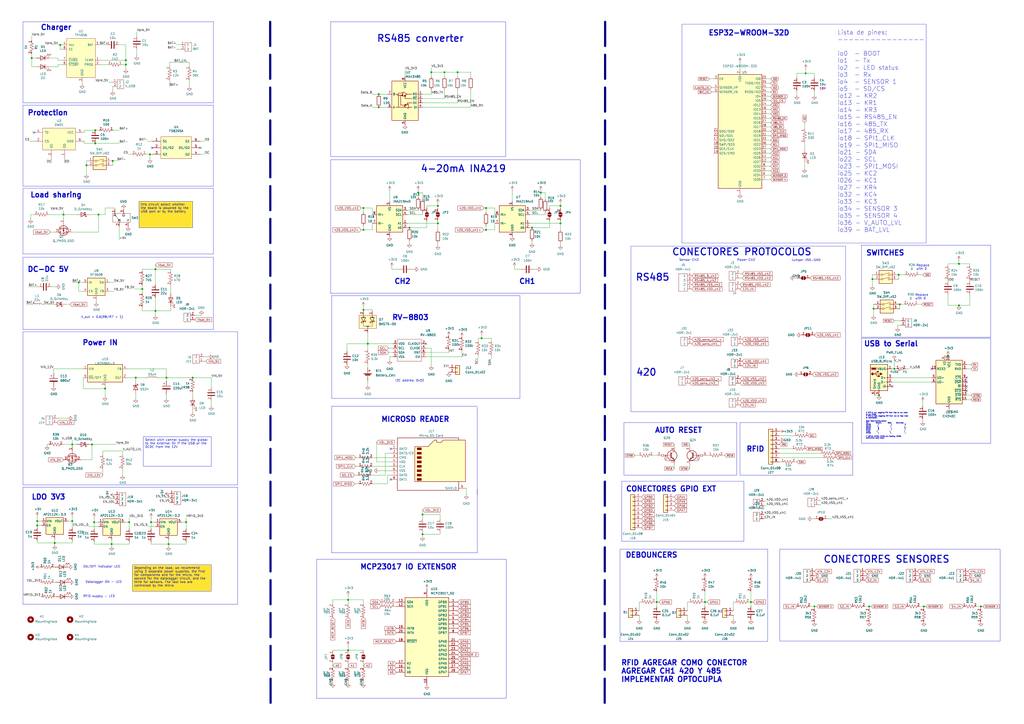
<source format=kicad_sch>
(kicad_sch (version 20231120) (generator "eeschema") (generator_version "8.0")
  (paper "A2")
  (junction (at 87.63 302.895))
  (junction (at 90.17 180.34))
  (junction (at 535.94 351.79))
  (junction (at 64.77 315.595))
  (junction (at 281.94 133.35))
  (junction (at 73.025 37.465))
  (junction (at 210.82 120.65))
  (junction (at 245.11 309.88))
  (junction (at 568.96 351.79))
  (junction (at 86.995 89.535))
  (junction (at 57.15 124.46))
  (junction (at 50.165 95.885))
  (junction (at 506.095 161.925))
  (junction (at 219.71 54.61))
  (junction (at 60.96 225.425))
  (junction (at 279.4 196.215))
  (junction (at 97.79 315.595))
  (junction (at 313.69 111.76))
  (junction (at 213.36 199.39))
  (junction (at 408.94 349.25))
  (junction (at 325.12 129.54))
  (junction (at 65.405 93.345))
  (junction (at 201.93 377.19))
  (junction (at 31.75 314.96))
  (junction (at 78.74 219.075))
  (junction (at 325.12 119.38))
  (junction (at 265.43 41.91))
  (junction (at 257.81 41.91))
  (junction (at 74.93 302.895))
  (junction (at 55.245 75.565))
  (junction (at 381 349.25))
  (junction (at 18.415 33.655))
  (junction (at 41.91 257.81))
  (junction (at 201.93 347.98))
  (junction (at 254 129.54))
  (junction (at 36.83 124.46))
  (junction (at 96.52 219.075))
  (junction (at 34.925 26.035))
  (junction (at 21.59 304.8))
  (junction (at 210.82 179.705))
  (junction (at 472.44 351.79))
  (junction (at 21.59 302.26))
  (junction (at 41.91 302.26))
  (junction (at 90.17 156.21))
  (junction (at 210.82 133.35))
  (junction (at 73.025 34.925))
  (junction (at 242.57 111.76))
  (junction (at 245.11 298.45))
  (junction (at 504.19 351.79))
  (junction (at 53.34 257.81))
  (junction (at 237.49 132.08))
  (junction (at 111.76 219.075))
  (junction (at 82.55 167.64))
  (junction (at 55.245 83.185))
  (junction (at 54.61 302.895))
  (junction (at 556.26 177.165))
  (junction (at 45.72 163.83))
  (junction (at 509.905 229.235))
  (junction (at 518.795 213.995))
  (junction (at 521.335 159.385))
  (junction (at 254 119.38))
  (junction (at 250.19 41.91))
  (junction (at 435.61 349.25))
  (junction (at 308.61 132.08))
  (junction (at 467.36 42.545))
  (junction (at 506.73 179.07))
  (junction (at 556.26 153.035))
  (junction (at 281.94 120.65))
  (junction (at 219.71 62.23))
  (junction (at 549.91 206.375))
  (junction (at 521.97 176.53))
  (junction (at 107.95 302.895))
  (no_connect (at 88.265 85.725))
  (no_connect (at 247.015 199.39))
  (no_connect (at 517.525 224.155))
  (no_connect (at 226.695 278.13))
  (no_connect (at 116.205 85.725))
  (no_connect (at 540.385 213.995))
  (no_connect (at 560.705 224.155))
  (no_connect (at 226.695 260.35))
  (no_connect (at 560.705 219.075))
  (no_connect (at 560.705 226.695))
  (no_connect (at 560.705 221.615))
  (no_connect (at 19.685 76.835))
  (wire (pts (xy 96.52 213.995) (xy 96.52 219.075)))
  (wire (pts (xy 506.73 176.53) (xy 506.73 179.07)))
  (wire (pts (xy 236.22 129.54) (xy 254 129.54)))
  (wire (pts (xy 562.61 153.035) (xy 556.26 153.035)))
  (wire (pts (xy 250.19 39.37) (xy 250.19 41.91)))
  (wire (pts (xy 41.91 257.81) (xy 41.91 255.27)))
  (wire (pts (xy 87.63 302.895) (xy 90.17 302.895)))
  (wire (pts (xy 206.375 270.51) (xy 208.28 270.51)))
  (wire (pts (xy 462.28 42.545) (xy 467.36 42.545)))
  (wire (pts (xy 408.94 349.25) (xy 408.94 351.79)))
  (wire (pts (xy 308.61 132.08) (xy 318.77 132.08)))
  (wire (pts (xy 267.97 207.01) (xy 267.97 203.2)))
  (wire (pts (xy 466.725 71.12) (xy 466.725 74.93)))
  (wire (pts (xy 31.75 328.93) (xy 31.115 328.93)))
  (wire (pts (xy 213.36 199.39) (xy 201.295 199.39)))
  (wire (pts (xy 226.06 110.49) (xy 226.06 116.84)))
  (polyline (pts (xy 351.028 12.7) (xy 350.774 408.178)) (stroke (width 1.27) (type dash) (color 0 0 125 1)))
  (polyline (pts (xy 123.825 149.225) (xy 123.825 191.135)))
  (wire (pts (xy 25.4 176.53) (xy 30.48 176.53)))
  (wire (pts (xy 79.375 28.575) (xy 79.375 32.385)))
  (wire (pts (xy 41.91 299.72) (xy 41.91 302.26)))
  (wire (pts (xy 280.67 120.65) (xy 281.94 120.65)))
  (wire (pts (xy 368.3 264.16) (xy 370.84 264.16)))
  (wire (pts (xy 535.94 351.79) (xy 537.21 351.79)))
  (wire (pts (xy 36.83 124.46) (xy 36.83 127)))
  (polyline (pts (xy 13.335 109.22) (xy 13.335 147.32)))
  (wire (pts (xy 116.205 81.915) (xy 118.745 81.915)))
  (wire (pts (xy 20.32 124.46) (xy 17.78 124.46)))
  (wire (pts (xy 277.495 196.215) (xy 279.4 196.215)))
  (wire (pts (xy 474.98 290.195) (xy 476.25 290.195)))
  (polyline (pts (xy 13.335 12.7) (xy 123.825 12.7)))
  (wire (pts (xy 48.895 81.915) (xy 48.895 83.185)))
  (wire (pts (xy 28.575 257.81) (xy 27.305 257.81)))
  (wire (pts (xy 250.19 41.91) (xy 250.19 44.45)))
  (wire (pts (xy 444.5 76.2) (xy 447.04 76.2)))
  (wire (pts (xy 86.995 89.535) (xy 86.995 92.075)))
  (wire (pts (xy 227.33 156.21) (xy 231.14 156.21)))
  (polyline (pts (xy 427.355 245.11) (xy 427.355 275.59)))
  (polyline (pts (xy 427.355 275.59) (xy 361.95 275.59)))
  (wire (pts (xy 562.61 154.305) (xy 562.61 153.035)))
  (wire (pts (xy 201.93 374.65) (xy 201.93 377.19)))
  (wire (pts (xy 50.165 95.885) (xy 50.165 100.965)))
  (wire (pts (xy 48.895 76.835) (xy 48.895 75.565)))
  (wire (pts (xy 313.69 111.76) (xy 316.23 111.76)))
  (wire (pts (xy 74.93 300.355) (xy 74.93 302.895)))
  (wire (pts (xy 39.37 302.26) (xy 41.91 302.26)))
  (wire (pts (xy 245.11 309.88) (xy 255.27 309.88)))
  (wire (pts (xy 96.52 219.075) (xy 96.52 220.98)))
  (wire (pts (xy 250.19 201.93) (xy 250.19 212.09)))
  (wire (pts (xy 87.63 314.325) (xy 87.63 315.595)))
  (wire (pts (xy 210.82 179.705) (xy 215.9 179.705)))
  (polyline (pts (xy 574.675 142.24) (xy 574.675 195.58)))
  (wire (pts (xy 255.27 300.99) (xy 255.27 298.45)))
  (wire (pts (xy 33.02 242.57) (xy 39.37 242.57)))
  (wire (pts (xy 205.74 275.59) (xy 207.645 275.59)))
  (wire (pts (xy 245.11 298.45) (xy 255.27 298.45)))
  (wire (pts (xy 41.91 257.81) (xy 41.91 259.08)))
  (wire (pts (xy 45.72 168.91) (xy 48.26 168.91)))
  (wire (pts (xy 41.91 314.96) (xy 41.91 313.69)))
  (wire (pts (xy 444.5 101.6) (xy 447.04 101.6)))
  (wire (pts (xy 525.145 213.995) (xy 527.685 213.995)))
  (wire (pts (xy 73.66 219.075) (xy 78.74 219.075)))
  (wire (pts (xy 48.26 163.83) (xy 45.72 163.83)))
  (wire (pts (xy 400.05 259.08) (xy 400.05 257.81)))
  (wire (pts (xy 237.49 132.08) (xy 247.65 132.08)))
  (wire (pts (xy 518.795 186.055) (xy 522.605 186.055)))
  (wire (pts (xy 32.385 346.075) (xy 31.75 346.075)))
  (wire (pts (xy 118.11 207.01) (xy 120.65 207.01)))
  (wire (pts (xy 215.9 180.34) (xy 215.9 179.705)))
  (wire (pts (xy 533.4 351.79) (xy 535.94 351.79)))
  (wire (pts (xy 411.48 45.72) (xy 414.02 45.72)))
  (wire (pts (xy 316.23 111.76) (xy 316.23 115.57)))
  (wire (pts (xy 73.025 34.925) (xy 73.025 37.465)))
  (wire (pts (xy 33.655 38.735) (xy 33.655 37.465)))
  (wire (pts (xy 45.72 163.83) (xy 45.72 168.91)))
  (wire (pts (xy 474.98 292.735) (xy 476.25 292.735)))
  (wire (pts (xy 57.15 134.62) (xy 57.15 124.46)))
  (wire (pts (xy 518.795 213.995) (xy 518.795 208.915)))
  (wire (pts (xy 88.265 81.915) (xy 85.725 81.915)))
  (wire (pts (xy 193.04 347.98) (xy 201.93 347.98)))
  (wire (pts (xy 193.04 347.98) (xy 193.04 350.52)))
  (wire (pts (xy 224.79 275.59) (xy 224.79 280.67)))
  (wire (pts (xy 213.36 193.04) (xy 213.36 199.39)))
  (wire (pts (xy 535.305 243.205) (xy 535.305 244.475)))
  (wire (pts (xy 556.26 153.035) (xy 549.91 153.035)))
  (wire (pts (xy 254 118.11) (xy 254 119.38)))
  (wire (pts (xy 21.59 306.07) (xy 21.59 304.8)))
  (polyline (pts (xy 191.77 92.71) (xy 191.77 170.18)))
  (wire (pts (xy 443.23 293.37) (xy 444.5 293.37)))
  (wire (pts (xy 210.82 177.8) (xy 210.82 179.705)))
  (wire (pts (xy 444.5 81.28) (xy 447.04 81.28)))
  (wire (pts (xy 201.93 347.98) (xy 210.82 347.98)))
  (wire (pts (xy 504.19 351.79) (xy 504.19 353.06)))
  (wire (pts (xy 90.17 172.72) (xy 90.17 180.34)))
  (wire (pts (xy 17.78 176.53) (xy 15.24 176.53)))
  (wire (pts (xy 466.725 82.55) (xy 466.725 86.36)))
  (polyline (pts (xy 123.825 12.7) (xy 123.825 59.69)))
  (wire (pts (xy 205.74 280.67) (xy 208.28 280.67)))
  (wire (pts (xy 250.19 41.91) (xy 257.81 41.91)))
  (wire (pts (xy 506.095 161.925) (xy 506.095 165.735)))
  (wire (pts (xy 245.11 309.88) (xy 245.11 311.15)))
  (wire (pts (xy 109.855 38.735) (xy 109.855 36.195)))
  (wire (pts (xy 562.61 163.195) (xy 562.61 161.925)))
  (wire (pts (xy 566.42 351.79) (xy 568.96 351.79)))
  (polyline (pts (xy 336.55 170.18) (xy 191.77 170.18)))
  (wire (pts (xy 381 349.25) (xy 381 342.9)))
  (wire (pts (xy 298.45 156.21) (xy 302.26 156.21)))
  (wire (pts (xy 247.015 207.01) (xy 267.97 207.01)))
  (wire (pts (xy 525.145 159.385) (xy 521.335 159.385)))
  (wire (pts (xy 228.6 351.79) (xy 229.87 351.79)))
  (wire (pts (xy 245.11 57.15) (xy 257.81 57.15)))
  (polyline (pts (xy 499.745 195.58) (xy 499.745 142.24)))
  (wire (pts (xy 55.245 83.185) (xy 69.215 83.185)))
  (wire (pts (xy 213.36 223.52) (xy 213.36 220.98)))
  (wire (pts (xy 472.44 52.705) (xy 472.44 55.245)))
  (wire (pts (xy 210.82 120.65) (xy 215.9 120.65)))
  (wire (pts (xy 41.91 134.62) (xy 57.15 134.62)))
  (polyline (pts (xy 156.718 12.7) (xy 156.972 407.67)) (stroke (width 1.27) (type dash) (color 0 0 125 1)))
  (wire (pts (xy 201.93 387.35) (xy 201.93 384.81)))
  (wire (pts (xy 444.5 68.58) (xy 447.04 68.58)))
  (wire (pts (xy 281.94 133.35) (xy 281.94 130.81)))
  (wire (pts (xy 245.11 123.19) (xy 245.11 124.46)))
  (polyline (pts (xy 13.335 350.52) (xy 15.24 350.52)))
  (polyline (pts (xy 13.335 149.225) (xy 13.335 191.135)))
  (wire (pts (xy 109.855 36.195) (xy 98.425 36.195)))
  (wire (pts (xy 277.495 207.645) (xy 277.495 205.74)))
  (wire (pts (xy 254 128.27) (xy 254 129.54)))
  (wire (pts (xy 521.97 176.53) (xy 521.97 179.07)))
  (wire (pts (xy 60.96 124.46) (xy 57.15 124.46)))
  (wire (pts (xy 467.36 42.545) (xy 467.36 40.005)))
  (wire (pts (xy 21.59 302.26) (xy 21.59 299.72)))
  (wire (pts (xy 318.77 128.27) (xy 318.77 132.08)))
  (wire (pts (xy 325.12 142.24) (xy 325.12 140.97)))
  (wire (pts (xy 54.61 314.325) (xy 54.61 315.595)))
  (wire (pts (xy 210.82 120.65) (xy 210.82 123.19)))
  (wire (pts (xy 260.35 204.47) (xy 260.35 202.565)))
  (wire (pts (xy 444.5 78.74) (xy 447.04 78.74)))
  (polyline (pts (xy 123.825 60.96) (xy 123.825 107.95)))
  (wire (pts (xy 31.115 213.995) (xy 31.115 216.535)))
  (wire (pts (xy 425.45 354.33) (xy 425.45 349.25)))
  (wire (pts (xy 318.77 120.65) (xy 318.77 119.38)))
  (wire (pts (xy 31.75 314.96) (xy 41.91 314.96)))
  (wire (pts (xy 250.19 52.07) (xy 250.19 54.61)))
  (polyline (pts (xy 429.26 275.59) (xy 429.26 245.11)))
  (wire (pts (xy 122.555 224.79) (xy 122.555 219.075)))
  (wire (pts (xy 549.91 177.165) (xy 556.26 177.165)))
  (wire (pts (xy 51.435 305.435) (xy 57.15 305.435)))
  (wire (pts (xy 245.11 54.61) (xy 250.19 54.61)))
  (wire (pts (xy 219.71 62.23) (xy 224.79 62.23)))
  (wire (pts (xy 472.44 351.79) (xy 473.71 351.79)))
  (wire (pts (xy 71.12 275.59) (xy 71.12 271.78)))
  (wire (pts (xy 57.15 124.46) (xy 52.07 124.46)))
  (wire (pts (xy 97.79 313.055) (xy 97.79 315.595)))
  (wire (pts (xy 223.52 262.89) (xy 223.52 275.59)))
  (wire (pts (xy 60.96 120.65) (xy 66.675 120.65)))
  (wire (pts (xy 313.69 110.49) (xy 313.69 111.76)))
  (wire (pts (xy 59.69 261.62) (xy 59.69 264.16)))
  (polyline (pts (xy 137.795 350.52) (xy 137.795 282.575)))
  (wire (pts (xy 444.5 66.04) (xy 447.04 66.04)))
  (wire (pts (xy 255.27 308.61) (xy 255.27 309.88)))
  (wire (pts (xy 209.55 133.35) (xy 210.82 133.35)))
  (wire (pts (xy 226.06 207.01) (xy 227.965 207.01)))
  (wire (pts (xy 73.025 26.035) (xy 73.025 34.925)))
  (wire (pts (xy 225.425 201.93) (xy 227.965 201.93)))
  (wire (pts (xy 287.02 133.35) (xy 287.02 129.54)))
  (wire (pts (xy 325.12 129.54) (xy 325.12 133.35)))
  (wire (pts (xy 285.115 196.215) (xy 279.4 196.215)))
  (wire (pts (xy 193.04 396.24) (xy 193.04 394.97)))
  (wire (pts (xy 257.81 41.91) (xy 265.43 41.91)))
  (wire (pts (xy 46.99 266.7) (xy 53.34 266.7)))
  (wire (pts (xy 472.44 42.545) (xy 472.44 45.085)))
  (wire (pts (xy 99.06 156.21) (xy 99.06 157.48)))
  (wire (pts (xy 218.44 267.97) (xy 226.695 267.97)))
  (wire (pts (xy 245.11 62.23) (xy 273.05 62.23)))
  (wire (pts (xy 379.73 349.25) (xy 381 349.25)))
  (wire (pts (xy 414.02 50.8) (xy 412.75 50.8)))
  (wire (pts (xy 309.88 156.21) (xy 311.15 156.21)))
  (wire (pts (xy 461.01 161.29) (xy 462.28 161.29)))
  (wire (pts (xy 273.05 62.23) (xy 273.05 52.07)))
  (wire (pts (xy 36.83 124.46) (xy 36.83 121.92)))
  (wire (pts (xy 64.77 316.865) (xy 64.77 315.595)))
  (wire (pts (xy 444.5 83.82) (xy 447.04 83.82)))
  (wire (pts (xy 277.495 198.12) (xy 277.495 196.215)))
  (wire (pts (xy 425.45 349.25) (xy 426.72 349.25)))
  (wire (pts (xy 520.7 188.595) (xy 520.7 189.865)))
  (wire (pts (xy 225.425 204.47) (xy 227.965 204.47)))
  (polyline (pts (xy 429.26 245.11) (xy 494.665 245.11)))
  (wire (pts (xy 444.5 96.52) (xy 447.04 96.52)))
  (wire (pts (xy 63.5 168.91) (xy 66.04 168.91)))
  (polyline (pts (xy 13.335 59.69) (xy 13.335 12.7)))
  (wire (pts (xy 501.65 351.79) (xy 504.19 351.79)))
  (wire (pts (xy 398.78 354.33) (xy 398.78 349.25)))
  (wire (pts (xy 54.61 302.895) (xy 57.15 302.895)))
  (polyline (pts (xy 260.35 321.31) (xy 260.35 321.31)))
  (wire (pts (xy 476.25 262.89) (xy 452.12 262.89)))
  (wire (pts (xy 21.59 302.26) (xy 24.13 302.26)))
  (wire (pts (xy 562.61 177.165) (xy 562.61 170.815)))
  (wire (pts (xy 36.195 26.035) (xy 34.925 26.035)))
  (wire (pts (xy 265.43 41.91) (xy 265.43 44.45)))
  (wire (pts (xy 414.02 53.34) (xy 412.75 53.34)))
  (wire (pts (xy 122.555 219.075) (xy 111.76 219.075)))
  (wire (pts (xy 443.23 290.83) (xy 444.5 290.83)))
  (wire (pts (xy 228.6 349.25) (xy 229.87 349.25)))
  (wire (pts (xy 28.575 33.655) (xy 33.655 33.655)))
  (wire (pts (xy 193.04 377.19) (xy 201.93 377.19)))
  (wire (pts (xy 325.12 118.11) (xy 325.12 119.38)))
  (wire (pts (xy 462.28 45.085) (xy 462.28 42.545)))
  (wire (pts (xy 245.11 308.61) (xy 245.11 309.88)))
  (wire (pts (xy 65.405 75.565) (xy 69.215 75.565)))
  (wire (pts (xy 507.365 229.235) (xy 509.905 229.235)))
  (wire (pts (xy 104.775 26.035) (xy 102.235 26.035)))
  (wire (pts (xy 429.26 161.29) (xy 430.53 161.29)))
  (wire (pts (xy 213.36 199.39) (xy 213.36 203.2)))
  (wire (pts (xy 57.785 34.925) (xy 73.025 34.925)))
  (wire (pts (xy 467.36 42.545) (xy 472.44 42.545)))
  (wire (pts (xy 65.405 93.345) (xy 67.945 93.345)))
  (wire (pts (xy 33.655 37.465) (xy 36.195 37.465)))
  (wire (pts (xy 111.76 227.33) (xy 111.76 229.87)))
  (wire (pts (xy 429.26 158.75) (xy 430.53 158.75)))
  (wire (pts (xy 107.95 315.595) (xy 107.95 314.325)))
  (wire (pts (xy 247.015 204.47) (xy 260.35 204.47)))
  (wire (pts (xy 82.55 156.21) (xy 90.17 156.21)))
  (polyline (pts (xy 574.675 195.58) (xy 499.745 195.58)))
  (wire (pts (xy 247.65 119.38) (xy 254 119.38)))
  (polyline (pts (xy 13.335 147.32) (xy 123.825 147.32)))
  (polyline (pts (xy 499.745 196.215) (xy 574.675 196.215)))
  (wire (pts (xy 74.93 302.895) (xy 74.93 306.705)))
  (wire (pts (xy 444.5 71.12) (xy 447.04 71.12)))
  (polyline (pts (xy 276.86 320.675) (xy 276.86 283.845)))
  (wire (pts (xy 59.69 271.78) (xy 59.69 275.59)))
  (wire (pts (xy 55.88 173.99) (xy 55.88 175.26)))
  (wire (pts (xy 297.18 110.49) (xy 297.18 116.84)))
  (wire (pts (xy 215.9 62.23) (xy 219.71 62.23)))
  (wire (pts (xy 560.705 229.235) (xy 563.372 229.235)))
  (wire (pts (xy 107.95 302.895) (xy 107.95 306.705)))
  (wire (pts (xy 82.55 156.21) (xy 82.55 157.48)))
  (wire (pts (xy 461.01 252.73) (xy 452.12 252.73)))
  (wire (pts (xy 517.525 221.615) (xy 540.385 221.615)))
  (wire (pts (xy 74.93 315.595) (xy 74.93 314.325)))
  (wire (pts (xy 285.115 205.74) (xy 285.115 208.28)))
  (wire (pts (xy 265.43 59.69) (xy 265.43 52.07)))
  (wire (pts (xy 254 119.38) (xy 254 120.65)))
  (wire (pts (xy 236.22 124.46) (xy 245.11 124.46)))
  (polyline (pts (xy 13.335 149.225) (xy 123.825 149.225)))
  (wire (pts (xy 556.26 151.13) (xy 556.26 153.035)))
  (wire (pts (xy 21.59 313.69) (xy 21.59 314.96)))
  (wire (pts (xy 270.51 283.21) (xy 270.51 287.02)))
  (polyline (pts (xy 499.745 142.24) (xy 574.675 142.24)))
  (wire (pts (xy 111.76 239.395) (xy 111.76 237.49)))
  (wire (pts (xy 444.5 53.34) (xy 447.04 53.34)))
  (wire (pts (xy 41.91 302.26) (xy 41.91 306.07)))
  (wire (pts (xy 18.415 33.655) (xy 20.955 33.655)))
  (polyline (pts (xy 13.335 109.22) (xy 123.825 109.22)))
  (polyline (pts (xy 15.24 350.52) (xy 137.795 350.52)))
  (wire (pts (xy 96.52 231.14) (xy 96.52 228.6)))
  (wire (pts (xy 254 129.54) (xy 254 133.35)))
  (wire (pts (xy 550.545 206.375) (xy 549.91 206.375)))
  (wire (pts (xy 82.55 180.34) (xy 90.17 180.34)))
  (polyline (pts (xy 260.35 320.675) (xy 276.86 320.675)))
  (wire (pts (xy 65.405 93.345) (xy 65.405 95.885)))
  (wire (pts (xy 378.46 264.16) (xy 381 264.16)))
  (wire (pts (xy 411.48 264.16) (xy 410.21 264.16)))
  (wire (pts (xy 16.51 166.37) (xy 22.225 166.37)))
  (wire (pts (xy 435.61 349.25) (xy 435.61 351.79)))
  (wire (pts (xy 210.82 133.35) (xy 210.82 130.81)))
  (wire (pts (xy 434.34 349.25) (xy 435.61 349.25)))
  (wire (pts (xy 370.84 356.87) (xy 370.84 359.41)))
  (polyline (pts (xy 336.55 92.71) (xy 336.55 170.18)))
  (wire (pts (xy 504.19 351.79) (xy 505.46 351.79)))
  (wire (pts (xy 45.72 163.83) (xy 41.91 163.83)))
  (wire (pts (xy 522.605 188.595) (xy 520.7 188.595)))
  (wire (pts (xy 370.84 349.25) (xy 372.11 349.25)))
  (polyline (pts (xy 494.665 275.59) (xy 429.26 275.59)))
  (wire (pts (xy 444.5 63.5) (xy 447.04 63.5)))
  (wire (pts (xy 245.11 295.91) (xy 245.11 298.45)))
  (wire (pts (xy 48.895 75.565) (xy 55.245 75.565)))
  (wire (pts (xy 381 349.25) (xy 381 351.79)))
  (wire (pts (xy 444.5 58.42) (xy 447.04 58.42)))
  (polyline (pts (xy 123.825 107.95) (xy 13.335 107.95)))
  (wire (pts (xy 226.06 208.915) (xy 226.06 207.01)))
  (wire (pts (xy 287.02 120.65) (xy 287.02 124.46)))
  (wire (pts (xy 90.17 156.21) (xy 99.06 156.21)))
  (wire (pts (xy 236.22 132.08) (xy 237.49 132.08)))
  (wire (pts (xy 247.015 201.93) (xy 250.19 201.93)))
  (wire (pts (xy 444.5 55.88) (xy 447.04 55.88)))
  (wire (pts (xy 48.26 225.425) (xy 60.96 225.425)))
  (wire (pts (xy 215.9 120.65) (xy 215.9 124.46)))
  (wire (pts (xy 21.59 314.96) (xy 31.75 314.96)))
  (wire (pts (xy 469.9 351.79) (xy 472.44 351.79)))
  (wire (pts (xy 245.11 59.69) (xy 265.43 59.69)))
  (wire (pts (xy 99.06 170.18) (xy 99.06 165.1)))
  (wire (pts (xy 242.57 110.49) (xy 242.57 111.76)))
  (wire (pts (xy 549.91 163.195) (xy 549.91 161.925)))
  (wire (pts (xy 285.115 196.215) (xy 285.115 198.12)))
  (wire (pts (xy 201.295 199.39) (xy 201.295 203.835)))
  (wire (pts (xy 462.28 52.705) (xy 462.28 55.245)))
  (wire (pts (xy 85.725 305.435) (xy 90.17 305.435)))
  (wire (pts (xy 65.405 50.165) (xy 65.405 52.705)))
  (wire (pts (xy 435.61 349.25) (xy 436.88 349.25)))
  (wire (pts (xy 400.05 269.24) (xy 400.05 271.78)))
  (wire (pts (xy 556.26 177.165) (xy 562.61 177.165)))
  (wire (pts (xy 215.9 270.51) (xy 226.695 270.51)))
  (wire (pts (xy 24.13 304.8) (xy 21.59 304.8)))
  (wire (pts (xy 307.34 124.46) (xy 316.23 124.46)))
  (wire (pts (xy 236.22 121.92) (xy 242.57 121.92)))
  (polyline (pts (xy 276.86 236.22) (xy 276.86 287.02)))
  (polyline (pts (xy 123.825 191.135) (xy 13.335 191.135)))
  (wire (pts (xy 116.84 182.88) (xy 113.03 182.88)))
  (wire (pts (xy 201.93 345.44) (xy 201.93 347.98)))
  (wire (pts (xy 210.82 179.705) (xy 210.82 180.34)))
  (wire (pts (xy 444.5 73.66) (xy 447.04 73.66)))
  (wire (pts (xy 466.725 93.98) (xy 466.725 97.79)))
  (wire (pts (xy 78.74 219.075) (xy 84.455 219.075)))
  (wire (pts (xy 55.245 75.565) (xy 57.785 75.565)))
  (wire (pts (xy 54.61 302.895) (xy 54.61 300.355)))
  (wire (pts (xy 82.55 177.8) (xy 82.55 180.34)))
  (wire (pts (xy 47.625 47.625) (xy 47.625 48.895)))
  (wire (pts (xy 219.71 273.05) (xy 226.695 273.05)))
  (wire (pts (xy 254 142.24) (xy 254 140.97)))
  (wire (pts (xy 28.575 38.735) (xy 33.655 38.735)))
  (wire (pts (xy 19.685 81.915) (xy 17.145 81.915)))
  (polyline (pts (xy 499.745 257.175) (xy 499.745 196.215)))
  (wire (pts (xy 215.9 54.61) (xy 219.71 54.61)))
  (polyline (pts (xy 13.335 282.575) (xy 13.335 350.52)))
  (wire (pts (xy 73.66 213.995) (xy 96.52 213.995)))
  (wire (pts (xy 98.425 36.195) (xy 98.425 38.735)))
  (polyline (pts (xy 191.77 92.71) (xy 336.55 92.71)))
  (wire (pts (xy 105.41 302.895) (xy 107.95 302.895)))
  (wire (pts (xy 38.1 176.53) (xy 40.64 176.53)))
  (wire (pts (xy 435.61 349.25) (xy 435.61 342.9)))
  (polyline (pts (xy 574.675 196.215) (xy 574.675 257.175)))
  (wire (pts (xy 549.91 170.815) (xy 549.91 177.165)))
  (wire (pts (xy 54.61 315.595) (xy 64.77 315.595)))
  (wire (pts (xy 87.63 302.895) (xy 87.63 306.705)))
  (wire (pts (xy 78.105 167.64) (xy 82.55 167.64)))
  (wire (pts (xy 227.33 154.94) (xy 227.33 156.21)))
  (wire (pts (xy 245.11 298.45) (xy 245.11 300.99)))
  (wire (pts (xy 72.39 302.895) (xy 74.93 302.895)))
  (wire (pts (xy 325.12 119.38) (xy 325.12 120.65)))
  (polyline (pts (xy 361.95 275.59) (xy 361.95 245.11)))
  (wire (pts (xy 209.55 120.65) (xy 210.82 120.65)))
  (wire (pts (xy 444.5 91.44) (xy 447.04 91.44)))
  (wire (pts (xy 408.94 349.25) (xy 408.94 342.9)))
  (wire (pts (xy 78.74 228.6) (xy 78.74 231.14)))
  (wire (pts (xy 122.555 232.41) (xy 122.555 235.585)))
  (wire (pts (xy 48.26 219.075) (xy 48.26 225.425)))
  (wire (pts (xy 444.5 93.98) (xy 447.04 93.98)))
  (wire (pts (xy 560.705 213.995) (xy 563.245 213.995)))
  (wire (pts (xy 381 349.25) (xy 382.27 349.25)))
  (wire (pts (xy 18.415 33.655) (xy 18.415 38.735)))
  (wire (pts (xy 325.12 128.27) (xy 325.12 129.54)))
  (wire (pts (xy 568.96 351.79) (xy 568.96 353.06)))
  (wire (pts (xy 53.34 257.81) (xy 52.07 257.81)))
  (wire (pts (xy 444.5 99.06) (xy 447.04 99.06)))
  (wire (pts (xy 48.26 213.995) (xy 31.115 213.995)))
  (wire (pts (xy 215.9 133.35) (xy 215.9 129.54)))
  (wire (pts (xy 33.655 34.925) (xy 36.195 34.925)))
  (wire (pts (xy 532.765 159.385) (xy 535.305 159.385)))
  (wire (pts (xy 247.65 120.65) (xy 247.65 119.38)))
  (wire (pts (xy 60.96 229.87) (xy 60.96 225.425)))
  (wire (pts (xy 429.26 40.64) (xy 429.26 36.195)))
  (wire (pts (xy 104.775 28.575) (xy 102.235 28.575)))
  (wire (pts (xy 444.5 60.96) (xy 447.04 60.96)))
  (wire (pts (xy 71.12 261.62) (xy 59.69 261.62)))
  (wire (pts (xy 238.76 156.21) (xy 240.03 156.21)))
  (wire (pts (xy 50.165 93.345) (xy 50.165 95.885)))
  (wire (pts (xy 210.82 133.35) (xy 215.9 133.35)))
  (wire (pts (xy 201.93 396.24) (xy 201.93 394.97)))
  (wire (pts (xy 444.5 48.26) (xy 447.04 48.26)))
  (wire (pts (xy 210.82 387.35) (xy 210.82 384.81)))
  (wire (pts (xy 82.55 165.1) (xy 82.55 167.64)))
  (wire (pts (xy 472.44 351.79) (xy 472.44 353.06)))
  (wire (pts (xy 462.28 267.97) (xy 461.01 267.97)))
  (wire (pts (xy 90.17 156.21) (xy 90.17 165.1)))
  (wire (pts (xy 482.6 300.99) (xy 480.06 300.99)))
  (wire (pts (xy 273.05 44.45) (xy 273.05 41.91)))
  (polyline (pts (xy 123.825 109.22) (xy 123.825 147.32)))
  (wire (pts (xy 518.795 213.995) (xy 520.065 213.995)))
  (polyline (pts (xy 192.405 320.675) (xy 192.405 235.585)))
  (wire (pts (xy 257.81 41.91) (xy 257.81 44.45)))
  (wire (pts (xy 109.855 50.165) (xy 109.855 46.355)))
  (wire (pts (xy 398.78 356.87) (xy 398.78 359.41)))
  (wire (pts (xy 444.5 104.14) (xy 447.04 104.14)))
  (polyline (pts (xy 13.335 107.95) (xy 13.335 60.96)))
  (wire (pts (xy 419.1 264.16) (xy 420.37 264.16)))
  (wire (pts (xy 444.5 45.72) (xy 447.04 45.72)))
  (wire (pts (xy 18.415 38.735) (xy 20.955 38.735)))
  (wire (pts (xy 87.63 315.595) (xy 97.79 315.595)))
  (wire (pts (xy 247.65 128.27) (xy 247.65 132.08)))
  (wire (pts (xy 97.79 315.595) (xy 107.95 315.595)))
  (wire (pts (xy 242.57 114.3) (xy 242.57 111.76)))
  (wire (pts (xy 532.13 176.53) (xy 534.67 176.53)))
  (polyline (pts (xy 192.405 320.675) (xy 260.35 320.675)))
  (wire (pts (xy 27.305 257.81) (xy 27.305 258.445)))
  (wire (pts (xy 215.9 280.67) (xy 224.79 280.67)))
  (wire (pts (xy 73.025 37.465) (xy 73.025 40.005)))
  (wire (pts (xy 37.465 92.075) (xy 37.465 94.615)))
  (wire (pts (xy 524.51 176.53) (xy 521.97 176.53)))
  (wire (pts (xy 34.925 26.035) (xy 33.655 26.035)))
  (wire (pts (xy 477.52 265.43) (xy 452.12 265.43)))
  (wire (pts (xy 307.34 121.92) (xy 313.69 121.92)))
  (wire (pts (xy 308.61 140.97) (xy 308.61 139.7)))
  (wire (pts (xy 64.77 315.595) (xy 74.93 315.595)))
  (wire (pts (xy 31.75 312.42) (xy 31.75 314.96)))
  (wire (pts (xy 215.265 275.59) (xy 223.52 275.59)))
  (wire (pts (xy 560.705 231.775) (xy 563.245 231.775)))
  (wire (pts (xy 506.73 182.88) (xy 506.73 179.07)))
  (wire (pts (xy 408.94 349.25) (xy 410.21 349.25)))
  (wire (pts (xy 21.59 304.8) (xy 21.59 302.26)))
  (wire (pts (xy 18.415 23.495) (xy 18.415 20.955)))
  (wire (pts (xy 257.81 57.15) (xy 257.81 52.07)))
  (wire (pts (xy 53.34 257.81) (xy 67.31 257.81)))
  (wire (pts (xy 99.06 180.34) (xy 90.17 180.34)))
  (wire (pts (xy 425.45 356.87) (xy 425.45 359.41)))
  (wire (pts (xy 79.375 20.955) (xy 79.375 18.415)))
  (wire (pts (xy 223.52 262.89) (xy 226.695 262.89)))
  (wire (pts (xy 234.95 44.45) (xy 234.95 40.64)))
  (wire (pts (xy 107.95 300.355) (xy 107.95 302.895)))
  (wire (pts (xy 506.095 159.385) (xy 506.095 161.925)))
  (wire (pts (xy 242.57 111.76) (xy 245.11 111.76)))
  (wire (pts (xy 17.78 124.46) (xy 17.78 127)))
  (wire (pts (xy 568.96 351.79) (xy 570.23 351.79)))
  (wire (pts (xy 60.96 225.425) (xy 60.96 224.155)))
  (wire (pts (xy 215.9 265.43) (xy 226.695 265.43)))
  (wire (pts (xy 535.305 235.585) (xy 535.305 233.045)))
  (wire (pts (xy 245.11 111.76) (xy 245.11 115.57)))
  (wire (pts (xy 398.78 349.25) (xy 400.05 349.25)))
  (polyline (pts (xy 361.95 245.11) (xy 427.355 245.11)))
  (wire (pts (xy 281.94 120.65) (xy 287.02 120.65)))
  (wire (pts (xy 111.76 219.075) (xy 111.76 219.71)))
  (wire (pts (xy 78.74 219.075) (xy 78.74 220.98)))
  (wire (pts (xy 69.215 26.035) (xy 73.025 26.035)))
  (polyline (pts (xy 13.335 282.575) (xy 137.795 282.575)))
  (wire (pts (xy 90.17 153.67) (xy 90.17 156.21)))
  (wire (pts (xy 31.75 134.62) (xy 29.21 134.62)))
  (wire (pts (xy 210.82 396.24) (xy 210.82 394.97)))
  (wire (pts (xy 63.5 163.83) (xy 66.04 163.83)))
  (wire (pts (xy 201.93 377.19) (xy 210.82 377.19)))
  (polyline (pts (xy 123.825 59.69) (xy 13.335 59.69)))
  (wire (pts (xy 318.77 119.38) (xy 325.12 119.38)))
  (wire (pts (xy 429.26 111.76) (xy 429.26 112.395)))
  (wire (pts (xy 57.785 26.035) (xy 61.595 26.035)))
  (wire (pts (xy 237.49 140.97) (xy 237.49 139.7)))
  (polyline (pts (xy 192.405 235.585) (xy 276.86 235.585)))
  (wire (pts (xy 517.525 213.995) (xy 518.795 213.995)))
  (wire (pts (xy 53.34 266.7) (xy 53.34 257.81)))
  (polyline (pts (xy 13.335 60.96) (xy 123.825 60.96)))
  (wire (pts (xy 65.405 47.625) (xy 62.865 47.625)))
  (wire (pts (xy 36.83 124.46) (xy 27.94 124.46)))
  (wire (pts (xy 97.79 316.865) (xy 97.79 315.595)))
  (wire (pts (xy 64.77 313.055) (xy 64.77 315.595)))
  (wire (pts (xy 96.52 219.075) (xy 111.76 219.075)))
  (wire (pts (xy 193.04 387.35) (xy 193.04 384.81)))
  (wire (pts (xy 280.67 133.35) (xy 281.94 133.35)))
  (wire (pts (xy 36.195 28.575) (xy 34.925 28.575)))
  (wire (pts (xy 213.36 213.36) (xy 213.36 210.82)))
  (polyline (pts (xy 494.665 245.11) (xy 494.665 275.59)))
  (wire (pts (xy 48.895 83.185) (xy 55.245 83.185)))
  (wire (pts (xy 201.93 347.98) (xy 201.93 350.52)))
  (wire (pts (xy 66.675 120.65) (xy 66.675 121.285)))
  (wire (pts (xy 34.925 28.575) (xy 34.925 26.035)))
  (wire (pts (xy 444.5 86.36) (xy 447.04 86.36)))
  (wire (pts (xy 549.91 206.375) (xy 548.005 206.375)))
  (wire (pts (xy 391.16 259.08) (xy 391.16 257.81)))
  (wire (pts (xy 453.39 267.97) (xy 452.12 267.97)))
  (wire (pts (xy 307.34 129.54) (xy 325.12 129.54)))
  (wire (pts (xy 444.5 88.9) (xy 447.04 88.9)))
  (wire (pts (xy 471.17 300.99) (xy 472.44 300.99)))
  (wire (pts (xy 116.205 89.535) (xy 118.745 89.535)))
  (wire (pts (xy 18.415 31.115) (xy 18.415 33.655)))
  (wire (pts (xy 69.215 131.445) (xy 69.215 139.065)))
  (wire (pts (xy 281.94 133.35) (xy 287.02 133.35)))
  (wire (pts (xy 54.61 302.895) (xy 54.61 306.705)))
  (wire (pts (xy 269.875 283.21) (xy 270.51 283.21)))
  (wire (pts (xy 31.75 316.23) (xy 31.75 314.96)))
  (wire (pts (xy 86.995 89.535) (xy 88.265 89.535)))
  (wire (pts (xy 23.495 346.075) (xy 24.13 346.075)))
  (wire (pts (xy 90.17 180.34) (xy 90.17 182.88)))
  (wire (pts (xy 118.11 209.55) (xy 119.38 209.55)))
  (wire (pts (xy 391.16 269.24) (xy 391.16 271.78)))
  (wire (pts (xy 521.335 159.385) (xy 521.335 161.925)))
  (wire (pts (xy 41.91 257.81) (xy 36.195 257.81)))
  (wire (pts (xy 29.845 166.37) (xy 32.385 166.37)))
  (wire (pts (xy 32.385 337.82) (xy 31.115 337.82)))
  (wire (pts (xy 84.455 89.535) (xy 86.995 89.535)))
  (wire (pts (xy 71.12 264.16) (xy 71.12 261.62)))
  (wire (pts (xy 281.94 120.65) (xy 281.94 123.19)))
  (wire (pts (xy 370.84 354.33) (xy 370.84 349.25)))
  (wire (pts (xy 44.45 124.46) (xy 36.83 124.46)))
  (wire (pts (xy 316.23 123.19) (xy 316.23 124.46)))
  (wire (pts (xy 87.63 302.895) (xy 87.63 300.355)))
  (wire (pts (xy 33.655 33.655) (xy 33.655 34.925)))
  (wire (pts (xy 99.06 177.8) (xy 99.06 180.34)))
  (wire (pts (xy 44.45 257.81) (xy 41.91 257.81)))
  (wire (pts (xy 298.45 154.94) (xy 298.45 156.21)))
  (wire (pts (xy 560.705 211.455) (xy 563.245 211.455)))
  (wire (pts (xy 279.4 194.31) (xy 279.4 196.215)))
  (wire (pts (xy 535.94 351.79) (xy 535.94 353.06)))
  (wire (pts (xy 219.71 54.61) (xy 224.79 54.61)))
  (wire (pts (xy 517.525 219.075) (xy 540.385 219.075)))
  (wire (pts (xy 444.5 50.8) (xy 447.04 50.8)))
  (wire (pts (xy 218.44 256.54) (xy 218.44 267.97)))
  (wire (pts (xy 407.67 349.25) (xy 408.94 349.25)))
  (wire (pts (xy 549.91 154.305) (xy 549.91 153.035)))
  (wire (pts (xy 76.835 89.535) (xy 74.295 89.535)))
  (wire (pts (xy 60.96 120.65) (xy 60.96 124.46)))
  (wire (pts (xy 70.485 37.465) (xy 73.025 37.465)))
  (wire (pts (xy 206.375 265.43) (xy 208.28 265.43)))
  (wire (pts (xy 210.82 347.98) (xy 210.82 350.52)))
  (wire (pts (xy 57.785 37.465) (xy 62.865 37.465)))
  (wire (pts (xy 29.845 92.075) (xy 29.845 94.615)))
  (wire (pts (xy 273.05 41.91) (xy 265.43 41.91)))
  (wire (pts (xy 98.425 46.355) (xy 98.425 50.165)))
  (wire (pts (xy 82.55 167.64) (xy 82.55 170.18)))
  (wire (pts (xy 313.69 114.3) (xy 313.69 111.76)))
  (wire (pts (xy 213.36 199.39) (xy 227.965 199.39)))
  (wire (pts (xy 226.695 275.59) (xy 224.79 275.59)))
  (wire (pts (xy 92.075 219.075) (xy 96.52 219.075)))
  (wire (pts (xy 459.74 260.35) (xy 452.12 260.35)))
  (polyline (pts (xy 574.675 257.175) (xy 499.745 257.175)))
  (wire (pts (xy 307.34 132.08) (xy 308.61 132.08)))
  (rectangle (start 183.642 324.358) (end 293.624 405.13))
  (rectangle (start 191.77 12.7) (end 293.37 90.805))
  (rectangle (start 366.014 142.748) (end 490.474 238.76))
  (rectangle (start 360.68 279.146) (end 431.546 313.944))
  (rectangle (start 359.664 318.516) (end 445.262 372.11))
  (rectangle (start 395.605 13.97) (end 537.21 140.97))
  (rectangle (start 13.335 192.405) (end 137.795 281.305))
  (rectangle (start 452.374 318.516) (end 580.136 371.856))
  (rectangle (start 192.405 171.45) (end 301.625 231.14))
  (text_box "Select wich cannal supply the global to the external 5V if the USB or the DCDC from the 12V\n" (at 83.185 253.365 0) (size 39.37 17.145) (effects (font (size 1.27 1.27)) (justify left top)))
  (text_box "Depending on the load, we recommend using 3 separate power supplies. the first for components and for the micro, the second for the datalogger circuit, and the third for sensors. The last two are controlled by the micro" (at 76.835 327.66 0) (size 45.72 15.24) (fill (type color) (color 255 227 49 1)) (effects (font (size 1.27 1.27)) (justify left top)))
  (text_box "this circuit select whether the board is powered by the USB port or by the battery" (at 80.645 116.84 0) (size 31.115 15.24) (fill (type color) (color 255 227 49 1)) (effects (font (size 1.27 1.27)) (justify left top)))
  (text "420" (at 368.808 218.44 0) (effects (font (size 4 4) (thickness 0.5994) (bold yes)) (justify left bottom)))
  (text "Replace \nwith 0" (at 530.86 173.99 0) (effects (font (size 1.27 1.27)) (justify left bottom)))
  (text "RFID" (at 432.816 262.382 0) (effects (font (size 2.9972 2.9972) (thickness 0.5994) (bold yes)) (justify left bottom)))
  (text "CONECTORES SENSORES\n" (at 477.52 326.898 0) (effects (font (size 4 4) (thickness 0.5994) (bold yes)) (justify left bottom)))
  (text "Lista de pines:\n----------------\n\nio0  - BOOT\nio1  - Tx\nio2  - LED status\nio3  - Rx\nio4  - SENSOR 1\nio5  - SD/CS\nio12 - KR2\nio13 - KR1\nio14 - KR3 \nio15 - RS485_EN\nio16 - 485_TX\nio17 - 485_RX\nio18 - SPI1_CLK\nio19 - SPI1_MISO\nio21 - SDA\nio22 - SCL\nio23 - SPI1_MOSI\nio25 - KC2\ni026 - KC1\nio27 - KR4\nio32 - KC4\nio33 - KC3\nio34 - SENSOR 3\nio35 - SENSOR 4\nio36 - V_AUTO_LVL\nio39 - BAT_LVL\n\n" (at 485.775 139.065 0) (effects (font (size 2.54 2.54)) (justify left bottom)))
  (text "Power CH2" (at 427.482 151.638 0) (effects (font (size 1.27 1.27)) (justify left bottom)))
  (text "RS485 converter" (at 218.44 24.765 0) (effects (font (size 4 4) (thickness 0.5994) (bold yes)) (justify left bottom)))
  (text "MCP23017 IO EXTENSOR" (at 208.788 330.708 0) (effects (font (size 2.9972 2.9972) (thickness 0.5994) (bold yes)) (justify left bottom)))
  (text "4-20mA INA219" (at 243.84 100.33 0) (effects (font (size 4 4) (thickness 0.5994) (bold yes)) (justify left bottom)))
  (text "Charger" (at 23.495 17.78 0) (effects (font (size 2.9972 2.9972) (thickness 0.5994) (bold yes)) (justify left bottom)))
  (text "USB to Serial" (at 501.015 201.295 0) (effects (font (size 2.9972 2.9972) (thickness 0.5994) (bold yes)) (justify left bottom)))
  (text "Datalogger ON - LED" (at 49.53 338.455 0) (effects (font (size 1.27 1.27)) (justify left bottom)))
  (text "ESP32-WROOM-32D" (at 410.845 20.955 0) (effects (font (size 2.9972 2.9972) (thickness 0.5994) (bold yes)) (justify left bottom)))
  (text "Replace \nwith 0" (at 531.495 156.845 0) (effects (font (size 1.27 1.27)) (justify left bottom)))
  (text "DC-DC 5V" (at 40.005 158.115 0) (effects (font (size 2.9972 2.9972) (thickness 0.5994) (bold yes)) (justify right bottom)))
  (text "B3" (at 416.306 355.6 0) (effects (font (size 1.27 1.27)) (justify left bottom)))
  (text "DEBOUNCERS" (at 362.712 323.85 0) (effects (font (size 2.9972 2.9972) (thickness 0.5994) (bold yes)) (justify left bottom)))
  (text "SWITCHES" (at 502.285 148.59 0) (effects (font (size 2.9972 2.9972) (thickness 0.5994) (bold yes)) (justify left bottom)))
  (text "CH1" (at 300.99 165.1 0) (effects (font (size 2.9972 2.9972) (thickness 0.5994) (bold yes)) (justify left bottom)))
  (text "MICROSD READER" (at 220.98 245.11 0) (effects (font (size 2.9972 2.9972) (thickness 0.5994) (bold yes)) (justify left bottom)))
  (text "Power IN" (at 68.58 200.66 0) (effects (font (size 2.9972 2.9972) (thickness 0.5994) (bold yes)) (justify right bottom)))
  (text "RFID AGREGAR COMO CONECTOR\nAGREGAR CH1 420 Y 485\nIMPLEMENTAR OPTOCUPLA\n\n" (at 360.172 400.812 0) (effects (font (size 2.9972 2.9972) (thickness 0.5994) (bold yes)) (justify left bottom)))
  (text "B2" (at 389.636 356.362 0) (effects (font (size 1.27 1.27)) (justify left bottom)))
  (text "AUTO RESET" (at 379.73 251.46 0) (effects (font (size 2.9972 2.9972) (thickness 0.5994) (bold yes)) (justify left bottom)))
  (text "If DTR is Low, toggling RTS from High to Low reset\nto run mode.\nIf RTS is High, toggling DTR from Low to High reset\nto bootloader.\n\nBoot Mode Configuration:\nPin         Default        Boot      Download\nGPIO0         1               1                0\nU0TXD        1               1                x\nGPIO2         0               x                0\nGPIO4         0               x                x\nMTDO        1               x                 x\nGPIO5         1              1                 x\n\nIf U0TXD, GPIO2, GPIO5 are floating, GPIO0\ndetermines boot mode." (at 502.285 254.635 0) (effects (font (size 0.6096 0.6096)) (justify left bottom)))
  (text "Protection" (at 15.875 67.31 0) (effects (font (size 2.9972 2.9972) (thickness 0.5994) (bold yes)) (justify left bottom)))
  (text "Jumper VSS-GND" (at 459.105 151.765 0) (effects (font (size 1.27 1.27)) (justify left bottom)))
  (text "RFID supply - LED\n" (at 48.26 346.71 0) (effects (font (size 1.27 1.27)) (justify left bottom)))
  (text "Sensor CH2\n" (at 393.954 151.638 0) (effects (font (size 1.27 1.27)) (justify left bottom)))
  (text "LDO 3V3" (at 38.1 290.195 0) (effects (font (size 2.9972 2.9972) (thickness 0.5994) (bold yes)) (justify right bottom)))
  (text "B1" (at 361.442 356.108 0) (effects (font (size 1.27 1.27)) (justify left bottom)))
  (text "RS485" (at 368.554 163.322 0) (effects (font (size 4 4) (thickness 0.5994) (bold yes)) (justify left bottom)))
  (text "ON/OFF indicator LED" (at 48.26 329.565 0) (effects (font (size 1.27 1.27)) (justify left bottom)))
  (text "CH2" (at 228.6 165.1 0) (effects (font (size 2.9972 2.9972) (thickness 0.5994) (bold yes)) (justify left bottom)))
  (text "I2C addres: 0x32" (at 229.235 221.615 0) (effects (font (size 1.27 1.27)) (justify left bottom)))
  (text "CONECTORES PROTOCOLOS\n" (at 389.636 148.59 0) (effects (font (size 4 4) (thickness 0.5994) (bold yes)) (justify left bottom)))
  (text "V_out = 0.6(R8/R7 + 1)" (at 46.99 184.785 0) (effects (font (size 1.27 1.27)) (justify left bottom)))
  (text "CONECTORES GPIO EXT\n" (at 362.966 285.496 0) (effects (font (size 2.9972 2.9972) (thickness 0.5994) (bold yes)) (justify left bottom)))
  (text "RV-8803" (at 227.33 186.055 0) (effects (font (size 3 3) (thickness 0.6) (bold yes)) (justify left bottom)))
  (text "Load sharing" (at 47.625 114.935 0) (effects (font (size 2.9972 2.9972) (thickness 0.5994) (bold yes)) (justify right bottom)))
  (label "OC" (at 118.745 89.535 0))
  (label "Vpre_5V" (at 79.375 18.415 0))
  (label "RS485_EN" (at 257.81 57.15 0))
  (label "FB_5V" (at 78.105 167.64 180))
  (label "CS" (at 17.145 81.915 180))
  (label "Vpre_5V" (at 67.31 257.81 0))
  (label "BAT-" (at 102.235 28.575 180))
  (label "420_VDD_ch1" (at 444.5 290.83 0))
  (label "SDA" (at 237.49 121.92 0))
  (label "VDL_3V3" (at 74.93 300.355 0))
  (label "Vpre_5V" (at 33.655 26.035 180))
  (label "+5V" (at 69.215 139.065 0))
  (label "BAT+" (at 41.91 163.83 0))
  (label "BAT+" (at 98.425 50.165 0))
  (label "420_VSS_ch1" (at 476.25 292.735 0))
  (label "V_AUTO_LVL" (at 71.12 261.62 0))
  (label "V_USB" (at 527.685 213.995 0))
  (label "VS_3V3" (at 234.95 40.64 0))
  (label "BAT+" (at 69.215 75.565 0))
  (label "420_VSS_ch1" (at 482.6 300.99 0))
  (label "RS485_EN" (at 265.43 59.69 0))
  (label "EN_VS_S" (at 85.725 305.435 180))
  (label "12V_IN" (at 443.23 300.99 0))
  (label "Data_B" (at 215.9 54.61 180))
  (label "EN_VDL" (at 66.675 292.1 180))
  (label "OD" (at 37.465 94.615 0))
  (label "OD" (at 118.745 81.915 0))
  (label "EN_VDL_S" (at 51.435 305.435 180))
  (label "EN_VS_S" (at 98.425 288.925 180))
  (label "Vpre_5V" (at 62.865 47.625 180))
  (label "BAT-" (at 69.215 83.185 0))
  (label "BAT+" (at 15.24 176.53 0))
  (label "CS" (at 74.295 89.535 180))
  (label "SW_5V" (at 25.4 176.53 0))
  (label "IO0" (at 549.91 163.195 0))
  (label "V_USB" (at 41.91 255.27 180))
  (label "SCL" (at 277.495 207.645 270))
  (label "420_VDD_ch1" (at 443.23 298.45 0))
  (label "EVI" (at 267.97 207.01 0))
  (label "SW_5V" (at 66.04 163.83 0))
  (label "VIN_5V" (at 122.555 219.075 0))
  (label "BAT-" (at 67.945 93.345 0))
  (label "BAT+" (at 102.235 26.035 180))
  (label "485_TX" (at 250.19 54.61 0))
  (label "VIN_12V" (at 31.115 213.995 180))
  (label "SCL" (at 237.49 124.46 0))
  (label "EN_VS" (at 98.425 291.465 180))
  (label "V_in" (at 518.795 210.185 0))
  (label "EN_VDL_S" (at 66.675 289.56 180))
  (label "EVI" (at 260.35 213.36 180))
  (label "INT" (at 260.35 204.47 0))
  (label "BAT+" (at 57.785 26.035 0))
  (label "SDA" (at 308.61 121.92 0))
  (label "BAT_LVL" (at 100.965 36.195 0))
  (label "BAT-" (at 85.725 81.915 180))
  (label "420_sens_ch1_+" (at 476.25 290.195 0))
  (label "VDL_3V3" (at 23.495 337.82 180))
  (label "RESET" (at 562.61 163.195 0))
  (label "FB_5V" (at 66.04 168.91 0))
  (label "SDA" (at 285.115 208.28 270))
  (label "Vpre_5V" (at 18.415 20.955 0))
  (label "VRFID_3V3" (at 23.495 346.075 180))
  (label "Data_A" (at 215.9 62.23 180))
  (label "SCL" (at 308.61 124.46 0))
  (label "BAT+" (at 16.51 166.37 0))
  (label "485_RX" (at 273.05 62.23 0))
  (label "VRFID_3V3" (at 107.95 300.355 0))
  (label "VS_3V3" (at 250.19 39.37 0))
  (label "OC" (at 29.845 94.615 180))
  (label "Vpre_5V" (at 36.83 121.92 180))
  (label "420_VSS_ch1" (at 444.5 293.37 0))
  (global_label "GPA0" (shape input) (at 382.27 349.25 0) (property "Intersheetrefs" "${INTERSHEET_REFS}" (effects (hide yes))))
  (global_label "485_TX" (shape input) (at 447.04 71.12 0) (effects (font (size 1 1))) (property "Intersheetrefs" "${INTERSHEET_REFS}" (effects (hide yes))))
  (global_label "Vbat_5V" (shape input) (at 40.64 176.53 0) (property "Intersheetrefs" "${INTERSHEET_REFS}" (effects (hide yes))))
  (global_label "IO0" (shape input) (at 447.04 45.72 0) (effects (font (size 1 1))) (property "Intersheetrefs" "${INTERSHEET_REFS}" (effects (hide yes))))
  (global_label "A0" (shape input) (at 193.04 386.08 0) (property "Intersheetrefs" "${INTERSHEET_REFS}" (effects (hide yes))))
  (global_label "VIN_12V" (shape input) (at 59.69 275.59 180) (property "Intersheetrefs" "${INTERSHEET_REFS}" (effects (hide yes))))
  (global_label "RS485_B_ch2" (shape input) (at 401.32 160.02 0) (property "Intersheetrefs" "${INTERSHEET_REFS}" (effects (hide yes))))
  (global_label "RS485_VSS_ch2" (shape input) (at 430.53 158.75 0) (property "Intersheetrefs" "${INTERSHEET_REFS}" (effects (hide yes))))
  (global_label "VIN_5V" (shape input) (at 119.38 209.55 0) (property "Intersheetrefs" "${INTERSHEET_REFS}" (effects (hide yes))))
  (global_label "DTR#" (shape input) (at 368.3 264.16 180) (effects (font (size 1 1))) (property "Intersheetrefs" "${INTERSHEET_REFS}" (effects (hide yes))))
  (global_label "MCP_RESET" (shape input) (at 193.04 358.14 270) (property "Intersheetrefs" "${INTERSHEET_REFS}" (effects (hide yes))))
  (global_label "RST#" (shape input) (at 420.37 264.16 0) (effects (font (size 1 1))) (property "Intersheetrefs" "${INTERSHEET_REFS}" (effects (hide yes))))
  (global_label "Vbat_5V" (shape input) (at 29.21 134.62 180) (property "Intersheetrefs" "${INTERSHEET_REFS}" (effects (hide yes))))
  (global_label "KR3" (shape input) (at 447.04 66.04 0) (effects (font (size 1 1))) (property "Intersheetrefs" "${INTERSHEET_REFS}" (effects (hide yes))))
  (global_label "GPA6" (shape input) (at 391.16 293.37 0) (property "Intersheetrefs" "${INTERSHEET_REFS}" (effects (hide yes))))
  (global_label "420_VDD_ch2" (shape input) (at 429.26 222.25 0) (property "Intersheetrefs" "${INTERSHEET_REFS}" (effects (hide yes))))
  (global_label "SENSOR 1" (shape input) (at 447.04 55.88 0) (effects (font (size 1 1))) (property "Intersheetrefs" "${INTERSHEET_REFS}" (effects (hide yes))))
  (global_label "S2_IN" (shape input) (at 501.65 336.55 0) (property "Intersheetrefs" "${INTERSHEET_REFS}" (effects (hide yes))))
  (global_label "VIN_5V" (shape input) (at 36.83 266.7 180) (property "Intersheetrefs" "${INTERSHEET_REFS}" (effects (hide yes))))
  (global_label "KC2" (shape input) (at 447.04 88.9 0) (effects (font (size 1 1))) (property "Intersheetrefs" "${INTERSHEET_REFS}" (effects (hide yes))))
  (global_label "GPA2" (shape input) (at 265.43 377.19 0) (property "Intersheetrefs" "${INTERSHEET_REFS}" (effects (hide yes))))
  (global_label "GPA6" (shape input) (at 265.43 387.35 0) (property "Intersheetrefs" "${INTERSHEET_REFS}" (effects (hide yes))))
  (global_label "INTB" (shape input) (at 229.87 364.49 180) (property "Intersheetrefs" "${INTERSHEET_REFS}" (effects (hide yes))))
  (global_label "GPA7" (shape input) (at 391.16 295.91 0) (property "Intersheetrefs" "${INTERSHEET_REFS}" (effects (hide yes))))
  (global_label "SCL" (shape input) (at 447.04 83.82 0) (effects (font (size 1 1))) (property "Intersheetrefs" "${INTERSHEET_REFS}" (effects (hide yes))))
  (global_label "485_RX" (shape input) (at 447.04 73.66 0) (effects (font (size 1 1))) (property "Intersheetrefs" "${INTERSHEET_REFS}" (effects (hide yes))))
  (global_label "420_sens_ch1_+" (shape input) (at 401.32 196.85 0) (property "Intersheetrefs" "${INTERSHEET_REFS}" (effects (hide yes))))
  (global_label "SENSOR 2" (shape input) (at 505.46 351.79 0) (effects (font (size 1 1))) (property "Intersheetrefs" "${INTERSHEET_REFS}" (effects (hide yes))))
  (global_label "SDA" (shape input) (at 462.28 267.97 0) (effects (font (size 1 1))) (property "Intersheetrefs" "${INTERSHEET_REFS}" (effects (hide yes))))
  (global_label "RST#" (shape input) (at 391.16 271.78 180) (effects (font (size 1 1))) (property "Intersheetrefs" "${INTERSHEET_REFS}" (effects (hide yes))))
  (global_label "12V_IN" (shape input) (at 429.26 167.64 0) (property "Intersheetrefs" "${INTERSHEET_REFS}" (effects (hide yes))))
  (global_label "RS485_VDD_ch2" (shape input) (at 429.26 165.1 0) (property "Intersheetrefs" "${INTERSHEET_REFS}" (effects (hide yes))))
  (global_label "VIN_12V" (shape input) (at 532.13 331.47 0) (property "Intersheetrefs" "${INTERSHEET_REFS}" (effects (hide yes))))
  (global_label "GPB2" (shape input) (at 372.11 293.37 0) (property "Intersheetrefs" "${INTERSHEET_REFS}" (effects (hide yes))))
  (global_label "SENSOR 3" (shape input) (at 447.04 101.6 0) (effects (font (size 1 1))) (property "Intersheetrefs" "${INTERSHEET_REFS}" (effects (hide yes))))
  (global_label "420_VSS_ch1" (shape input) (at 472.44 194.31 0) (property "Intersheetrefs" "${INTERSHEET_REFS}" (effects (hide yes))))
  (global_label "SPI1_MOSI" (shape input) (at 206.375 265.43 180) (property "Intersheetrefs" "${INTERSHEET_REFS}" (effects (hide yes))))
  (global_label "BAT_LVL" (shape input) (at 412.75 53.34 180) (effects (font (size 1 1))) (property "Intersheetrefs" "${INTERSHEET_REFS}" (effects (hide yes))))
  (global_label "SDA" (shape input) (at 447.04 81.28 0) (effects (font (size 1 1))) (property "Intersheetrefs" "${INTERSHEET_REFS}" (effects (hide yes))))
  (global_label "S2_IN" (shape input) (at 494.03 351.79 180) (property "Intersheetrefs" "${INTERSHEET_REFS}" (effects (hide yes))))
  (global_label "S4_IN" (shape input) (at 558.8 351.79 180) (property "Intersheetrefs" "${INTERSHEET_REFS}" (effects (hide yes))))
  (global_label "420_VSS_ch2" (shape input) (at 471.17 217.17 0) (property "Intersheetrefs" "${INTERSHEET_REFS}" (effects (hide yes))))
  (global_label "RX" (shape input) (at 563.245 211.455 0) (effects (font (size 1 1))) (property "Intersheetrefs" "${INTERSHEET_REFS}" (effects (hide yes))))
  (global_label "MCP_RESET" (shape input) (at 229.87 372.11 180) (property "Intersheetrefs" "${INTERSHEET_REFS}" (effects (hide yes))))
  (global_label "420_VDD_ch1+" (shape input) (at 280.67 133.35 180) (property "Intersheetrefs" "${INTERSHEET_REFS}" (effects (hide yes))))
  (global_label "420_VSS_ch1" (shape input) (at 430.53 196.85 0) (property "Intersheetrefs" "${INTERSHEET_REFS}" (effects (hide yes))))
  (global_label "IO0" (shape input) (at 535.305 159.385 0) (effects (font (size 1 1))) (property "Intersheetrefs" "${INTERSHEET_REFS}" (effects (hide yes))))
  (global_label "GPB4" (shape input) (at 372.11 298.45 0) (property "Intersheetrefs" "${INTERSHEET_REFS}" (effects (hide yes))))
  (global_label "GPA4" (shape input) (at 265.43 382.27 0) (property "Intersheetrefs" "${INTERSHEET_REFS}" (effects (hide yes))))
  (global_label "GPA0" (shape input) (at 265.43 372.11 0) (property "Intersheetrefs" "${INTERSHEET_REFS}" (effects (hide yes))))
  (global_label "DTR#" (shape input) (at 563.372 229.235 0) (effects (font (size 1 1))) (property "Intersheetrefs" "${INTERSHEET_REFS}" (effects (hide yes))))
  (global_label "S3_IN" (shape input) (at 532.13 336.55 0) (property "Intersheetrefs" "${INTERSHEET_REFS}" (effects (hide yes))))
  (global_label "SCL" (shape input) (at 225.425 201.93 180) (property "Intersheetrefs" "${INTERSHEET_REFS}" (effects (hide yes))))
  (global_label "KC1" (shape input) (at 447.04 91.44 0) (effects (font (size 1 1))) (property "Intersheetrefs" "${INTERSHEET_REFS}" (effects (hide yes))))
  (global_label "GPA7" (shape input) (at 265.43 389.89 0) (property "Intersheetrefs" "${INTERSHEET_REFS}" (effects (hide yes))))
  (global_label "RS485_EN" (shape input) (at 447.04 68.58 0) (effects (font (size 1 1))) (property "Intersheetrefs" "${INTERSHEET_REFS}" (effects (hide yes))))
  (global_label "S1_IN" (shape input) (at 472.44 336.55 0) (property "Intersheetrefs" "${INTERSHEET_REFS}" (effects (hide yes))))
  (global_label "GPA1" (shape input) (at 265.43 374.65 0) (property "Intersheetrefs" "${INTERSHEET_REFS}" (effects (hide yes))))
  (global_label "Vbat_5V" (shape input) (at 113.03 185.42 0) (property "Intersheetrefs" "${INTERSHEET_REFS}" (effects (hide yes))))
  (global_label "A2" (shape input) (at 229.87 384.81 180) (property "Intersheetrefs" "${INTERSHEET_REFS}" (effects (hide yes))))
  (global_label "VDL_3V3" (shape input) (at 245.11 295.91 0) (property "Intersheetrefs" "${INTERSHEET_REFS}" (effects (hide yes))))
  (global_label "IRQ" (shape input) (at 452.12 257.81 0) (effects (font (size 1 1))) (property "Intersheetrefs" "${INTERSHEET_REFS}" (effects (hide yes))))
  (global_label "GPB5" (shape input) (at 265.43 361.95 0) (property "Intersheetrefs" "${INTERSHEET_REFS}" (effects (hide yes))))
  (global_label "A1" (shape input) (at 201.93 386.08 0) (property "Intersheetrefs" "${INTERSHEET_REFS}" (effects (hide yes))))
  (global_label "GPB0" (shape input) (at 372.11 288.29 0) (property "Intersheetrefs" "${INTERSHEET_REFS}" (effects (hide yes))))
  (global_label "GPA5" (shape input) (at 265.43 384.81 0) (property "Intersheetrefs" "${INTERSHEET_REFS}" (effects (hide yes))))
  (global_label "RS485_VDD_ch2" (shape input) (at 401.32 167.64 0) (property "Intersheetrefs" "${INTERSHEET_REFS}" (effects (hide yes))))
  (global_label "KC3" (shape input) (at 447.04 99.06 0) (effects (font (size 1 1))) (property "Intersheetrefs" "${INTERSHEET_REFS}" (effects (hide yes))))
  (global_label "GPA4" (shape input) (at 391.16 288.29 0) (property "Intersheetrefs" "${INTERSHEET_REFS}" (effects (hide yes))))
  (global_label "Vbat_5V" (shape input) (at 90.17 153.67 0) (property "Intersheetrefs" "${INTERSHEET_REFS}" (effects (hide yes))))
  (global_label "RST#" (shape input) (at 563.245 231.775 0) (effects (font (size 1 1))) (property "Intersheetrefs" "${INTERSHEET_REFS}" (effects (hide yes))))
  (global_label "S3_IN" (shape input) (at 525.78 351.79 180) (property "Intersheetrefs" "${INTERSHEET_REFS}" (effects (hide yes))))
  (global_label "420_VSS_ch2" (shape input) (at 429.26 219.71 0) (property "Intersheetrefs" "${INTERSHEET_REFS}" (effects (hide yes))))
  (global_label "GPB4" (shape input) (at 265.43 359.41 0) (property "Intersheetrefs" "${INTERSHEET_REFS}" (effects (hide yes))))
  (global_label "GPB6" (shape input) (at 372.11 303.53 0) (property "Intersheetrefs" "${INTERSHEET_REFS}" (effects (hide yes))))
  (global_label "GPA2" (shape input) (at 436.88 349.25 0) (property "Intersheetrefs" "${INTERSHEET_REFS}" (effects (hide yes))))
  (global_label "IO2" (shape input) (at 447.04 50.8 0) (effects (font (size 1 1))) (property "Intersheetrefs" "${INTERSHEET_REFS}" (effects (hide yes))))
  (global_label "420_VDD_ch2" (shape input) (at 429.26 232.41 0) (property "Intersheetrefs" "${INTERSHEET_REFS}" (effects (hide yes))))
  (global_label "KC4" (shape input) (at 447.04 96.52 0) (effects (font (size 1 1))) (property "Intersheetrefs" "${INTERSHEET_REFS}" (effects (hide yes))))
  (global_label "12V_IN" (shape input) (at 429.26 234.95 0) (property "Intersheetrefs" "${INTERSHEET_REFS}" (effects (hide yes))))
  (global_label "SENSOR 2" (shape input) (at 265.43 379.73 0) (property "Intersheetrefs" "${INTERSHEET_REFS}" (effects (hide yes))))
  (global_label "INTA" (shape input) (at 229.87 367.03 180) (property "Intersheetrefs" "${INTERSHEET_REFS}" (effects (hide yes))))
  (global_label "VIN_12V" (shape input) (at 501.65 331.47 0) (property "Intersheetrefs" "${INTERSHEET_REFS}" (effects (hide yes))))
  (global_label "RS485_VSS_ch2" (shape input) (at 469.9 161.29 0) (property "Intersheetrefs" "${INTERSHEET_REFS}" (effects (hide yes))))
  (global_label "VDL_3V3" (shape input) (at 218.44 256.54 0) (property "Intersheetrefs" "${INTERSHEET_REFS}" (effects (hide yes))))
  (global_label "S4_IN" (shape input) (at 561.34 336.55 0) (property "Intersheetrefs" "${INTERSHEET_REFS}" (effects (hide yes))))
  (global_label "SENSOR 4" (shape input) (at 447.04 104.14 0) (effects (font (size 1 1))) (property "Intersheetrefs" "${INTERSHEET_REFS}" (effects (hide yes))))
  (global_label "GPB5" (shape input) (at 372.11 300.99 0) (property "Intersheetrefs" "${INTERSHEET_REFS}" (effects (hide yes))))
  (global_label "SDA" (shape input) (at 220.98 349.25 180) (property "Intersheetrefs" "${INTERSHEET_REFS}" (effects (hide yes))))
  (global_label "RESET" (shape input) (at 534.67 176.53 0) (effects (font (size 1 1))) (property "Intersheetrefs" "${INTERSHEET_REFS}" (effects (hide yes))))
  (global_label "SPI1_CLK" (shape input) (at 447.04 76.2 0) (effects (font (size 1 1))) (property "Intersheetrefs" "${INTERSHEET_REFS}" (effects (hide yes))))
  (global_label "A1" (shape input) (at 229.87 387.35 180) (property "Intersheetrefs" "${INTERSHEET_REFS}" (effects (hide yes))))
  (global_label "GPB3" (shape input) (at 372.11 295.91 0) (property "Intersheetrefs" "${INTERSHEET_REFS}" (effects (hide yes))))
  (global_label "KR2" (shape input) (at 447.04 60.96 0) (effects (font (size 1 1))) (property "Intersheetrefs" "${INTERSHEET_REFS}" (effects (hide yes))))
  (global_label "420_sens_ch2_+" (shape input) (at 400.05 219.71 0) (property "Intersheetrefs" "${INTERSHEET_REFS}" (effects (hide yes))))
  (global_label "SCL" (shape input) (at 220.98 351.79 180) (property "Intersheetrefs" "${INTERSHEET_REFS}" (effects (hide yes))))
  (global_label "GPB0" (shape input) (at 265.43 349.25 0) (property "Intersheetrefs" "${INTERSHEET_REFS}" (effects (hide yes))))
  (global_label "INTA" (shape input) (at 201.93 358.14 270) (property "Intersheetrefs" "${INTERSHEET_REFS}" (effects (hide yes))))
  (global_label "SENSOR 1" (shape input) (at 473.71 351.79 0) (effects (font (size 1 1))) (property "Intersheetrefs" "${INTERSHEET_REFS}" (effects (hide yes))))
  (global_label "DTR#" (shape input) (at 400.05 271.78 180) (effects (font (size 1 1))) (property "Intersheetrefs" "${INTERSHEET_REFS}" (effects (hide yes))))
  (global_label "TX" (shape input) (at 563.245 213.995 0) (effects (font (size 1 1))) (property "Intersheetrefs" "${INTERSHEET_REFS}" (effects (hide yes))))
  (global_label "VIN_12V" (shape input) (at 472.44 331.47 0) (property "Intersheetrefs" "${INTERSHEET_REFS}" (effects (hide yes))))
  (global_label "RS485_VSS_ch2" (shape input) (at 401.32 165.1 0) (property "Intersheetrefs" "${INTERSHEET_REFS}" (effects (hide yes))))
  (global_label "GPB7" (shape input) (at 372.11 306.07 0) (property "Intersheetrefs" "${INTERSHEET_REFS}" (effects (hide yes))))
  (global_label "GPA5" (shape input) (at 391.16 290.83 0) (property "Intersheetrefs" "${INTERSHEET_REFS}" (effects (hide yes))))
  (global_label "RX" (shape input) (at 447.04 53.34 0) (effects (font (size 1 1))) (property "Intersheetrefs" "${INTERSHEET_REFS}" (effects (hide yes))))
  (global_label "SD_CS" (shape input) (at 205.74 275.59 180) (property "Intersheetrefs" "${INTERSHEET_REFS}" (effects (hide yes))))
  (global_label "IO2" (shape input) (at 466.725 71.12 90) (effects (font (size 1 1))) (property "Intersheetrefs" "${INTERSHEET_REFS}" (effects (hide yes))))
  (global_label "RESET" (shape input) (at 411.48 45.72 180) (effects (font (size 1 1))) (property "Intersheetrefs" "${INTERSHEET_REFS}" (effects (hide yes))))
  (global_label "TX" (shape input) (at 447.04 48.26 0) (effects (font (size 1 1))) (property "Intersheetrefs" "${INTERSHEET_REFS}" (effects (hide yes))))
  (global_label "420_VDD_ch1" (shape input) (at 430.53 199.39 0) (property "Intersheetrefs" "${INTERSHEET_REFS}" (effects (hide yes))))
  (global_label "RESET" (shape input) (at 518.795 186.055 180) (effects (font (size 1 1))) (property "Intersheetrefs" "${INTERSHEET_REFS}" (effects (hide yes))))
  (global_label "RS485_A_ch2" (shape input) (at 401.32 162.56 0) (property "Intersheetrefs" "${INTERSHEET_REFS}" (effects (hide yes))))
  (global_label "GPB1" (shape input) (at 265.43 351.79 0) (property "Intersheetrefs" "${INTERSHEET_REFS}" (effects (hide yes))))
  (global_label "420_sens_ch2_" (shape input) (at 400.05 222.25 0) (property "Intersheetrefs" "${INTERSHEET_REFS}" (effects (hide yes))))
  (global_label "SPI1_MOSI" (shape input) (at 447.04 86.36 0) (effects (font (size 1 1))) (property "Intersheetrefs" "${INTERSHEET_REFS}" (effects (hide yes))))
  (global_label "12V_IN" (shape input) (at 430.53 212.09 0) (property "Intersheetrefs" "${INTERSHEET_REFS}" (effects (hide yes))))
  (global_label "VIN_12V" (shape input) (at 33.02 245.11 0) (property "Intersheetrefs" "${INTERSHEET_REFS}" (effects (hide yes))))
  (global_label "A2" (shape input) (at 210.82 386.08 0) (property "Intersheetrefs" "${INTERSHEET_REFS}" (effects (hide yes))))
  (global_label "SCL" (shape input) (at 468.63 252.73 0) (effects (font (size 1 1))) (property "Intersheetrefs" "${INTERSHEET_REFS}" (effects (hide yes))))
  (global_label "SPI1_MISO" (shape input) (at 467.36 260.35 0) (effects (font (size 1 1))) (property "Intersheetrefs" "${INTERSHEET_REFS}" (effects (hide yes))))
  (global_label "SPI1_MISO" (shape input) (at 447.04 78.74 0) (effects (font (size 1 1))) (property "Intersheetrefs" "${INTERSHEET_REFS}" (effects (hide yes))))
  (global_label "KR4" (shape input) (at 447.04 93.98 0) (effects (font (size 1 1))) (property "Intersheetrefs" "${INTERSHEET_REFS}" (effects (hide yes))))
  (global_label "SD_CS" (shape input) (at 447.04 58.42 0) (property "Intersheetrefs" "${INTERSHEET_REFS}" (effects (hide yes))))
  (global_label "GPB6" (shape input) (at 265.43 364.49 0) (property "Intersheetrefs" "${INTERSHEET_REFS}" (effects (hide yes))))
  (global_label "S1_IN" (shape input) (at 462.28 351.79 180) (property "Intersheetrefs" "${INTERSHEET_REFS}" (effects (hide yes))))
  (global_label "GPB3" (shape input) (at 265.43 356.87 0) (property "Intersheetrefs" "${INTERSHEET_REFS}" (effects (hide yes))))
  (global_label "SENSOR 4" (shape input) (at 570.23 351.79 0) (effects (font (size 1 1))) (property "Intersheetrefs" "${INTERSHEET_REFS}" (effects (hide yes))))
  (global_label "SENSOR 3" (shape input) (at 537.21 351.79 0) (effects (font (size 1 1))) (property "Intersheetrefs" "${INTERSHEET_REFS}" (effects (hide yes))))
  (global_label "SPI1_CLK" (shape input) (at 485.14 265.43 0) (effects (font (size 1 1))) (property "Intersheetrefs" "${INTERSHEET_REFS}" (effects (hide yes))))
  (global_label "GPB1" (shape input) (at 372.11 290.83 0) (property "Intersheetrefs" "${INTERSHEET_REFS}" (effects (hide yes))))
  (global_label "420_VDD_ch2" (shape input) (at 209.55 120.65 180) (property "Intersheetrefs" "${INTERSHEET_REFS}" (effects (hide yes))))
  (global_label "SPI1_CLK" (shape input) (at 206.375 270.51 180) (property "Intersheetrefs" "${INTERSHEET_REFS}" (effects (hide yes))))
  (global_label "420_VDD_ch2+" (shape input) (at 209.55 133.35 180) (property "Intersheetrefs" "${INTERSHEET_REFS}" (effects (hide yes))))
  (global_label "A0" (shape input) (at 229.87 389.89 180) (property "Intersheetrefs" "${INTERSHEET_REFS}" (effects (hide yes))))
  (global_label "420_VDD_ch1" (shape input) (at 430.53 209.55 0) (property "Intersheetrefs" "${INTERSHEET_REFS}" (effects (hide yes))))
  (global_label "SDA" (shape input) (at 225.425 204.47 180) (property "Intersheetrefs" "${INTERSHEET_REFS}" (effects (hide yes))))
  (global_label "IO0" (shape input) (at 400.05 257.81 180) (effects (font (size 1 1))) (property "Intersheetrefs" "${INTERSHEET_REFS}" (effects (hide yes))))
  (global_label "RESET" (shape input) (at 391.16 257.81 180) (effects (font (size 1 1))) (property "Intersheetrefs" "${INTERSHEET_REFS}" (effects (hide yes))))
  (global_label "INTB" (shape input) (at 210.82 358.14 270) (property "Intersheetrefs" "${INTERSHEET_REFS}" (effects (hide yes))))
  (global_label "GPA1" (shape input) (at 410.21 349.25 0) (property "Intersheetrefs" "${INTERSHEET_REFS}" (effects (hide yes))))
  (global_label "420_sens_ch1_" (shape input) (at 401.32 199.39 0) (property "Intersheetrefs" "${INTERSHEET_REFS}" (effects (hide yes))))
  (global_label "SPI1_MISO" (shape input) (at 205.74 280.67 180) (property "Intersheetrefs" "${INTERSHEET_REFS}" (effects (hide yes))))
  (global_label "VIN_12V" (shape input) (at 561.34 331.47 0) (property "Intersheetrefs" "${INTERSHEET_REFS}" (effects (hide yes))))
  (global_label "GPB2" (shape input) (at 265.43 354.33 0) (property "Intersheetrefs" "${INTERSHEET_REFS}" (effects (hide yes))))
  (global_label "SPI1_MOSI" (shape input) (at 483.87 262.89 0) (effects (font (size 1 1))) (property "Intersheetrefs" "${INTERSHEET_REFS}" (effects (hide yes))))
  (global_label "RS485_VDD_ch2" (shape input) (at 430.53 161.29 0) (property "Intersheetrefs" "${INTERSHEET_REFS}" (effects (hide yes))))
  (global_label "KR1" (shape input) (at 447.04 63.5 0) (effects (font (size 1 1))) (property "Intersheetrefs" "${INTERSHEET_REFS}" (effects (hide yes))))
  (global_label "420_VDD_ch1" (shape input) (at 280.67 120.65 180) (property "Intersheetrefs" "${INTERSHEET_REFS}" (effects (hide yes))))
  (global_label "V_AUTO_LVL" (shape input) (at 412.75 50.8 180) (effects (font (size 1 1))) (property "Intersheetrefs" "${INTERSHEET_REFS}" (effects (hide yes))))
  (global_label "GPB7" (shape input) (at 265.43 367.03 0) (property "Intersheetrefs" "${INTERSHEET_REFS}" (effects (hide yes))))
  (symbol (lib_id "Device:Battery_Cell") (at 213.36 218.44 0) (unit 1)
    (property "Reference" "BT1" (at 217.805 215.1379 0) (effects (justify left)))
    (property "Value" "Battery_Cell" (at 217.805 217.6779 0) (effects (justify left)))
    (property "Footprint" "Battery:BatteryHolder_Keystone_3000_1x12mm" (effects (hide yes)))
  )
  (symbol (lib_id "power:GND") (at 535.305 244.475 0) (unit 1)
    (property "Reference" "#PWR066" (effects (hide yes)))
    (property "Value" "GND" (at 535.432 248.8692 0))
  )
  (symbol (lib_id "Jumper:SolderJumper_2_Open") (at 210.82 381 270) (unit 1)
    (property "Reference" "JP9" (at 207.01 381 0))
    (property "Value" "SolderJumper_2_Open" (effects (hide yes)))
    (property "Footprint" "Jumper:SolderJumper-2_P1.3mm_Open_RoundedPad1.0x1.5mm" (effects (hide yes)))
  )
  (symbol (lib_id "IoWLabsConnectors:HDR-3x1") (at 100.965 288.925 0) (unit 1)
    (property "Reference" "J18" (at 105.41 287.655 0) (effects (justify left)))
    (property "Value" "HDR-3x1" (at 105.41 290.195 0) (effects (justify left)))
    (property "Footprint" "Jumper:SolderJumper-3_P1.3mm_Open_RoundedPad1.0x1.5mm_NumberLabels" (effects (hide yes)))
    (property "Supplier" "LCSC" (effects (hide yes)))
  )
  (symbol (lib_id "IoWLabs:RES") (at 260.35 198.755 0) (unit 1)
    (property "Reference" "R31" (at 262.0772 197.5866 0) (effects (justify left)))
    (property "Value" "100k" (at 262.0772 199.898 0) (effects (justify left)))
    (property "Footprint" "Resistor_SMD:R_0603_1608Metric" (effects (hide yes)))
    (property "Supplier" "LCSC" (effects (hide yes)))
  )
  (symbol (lib_id "power:GND") (at 381 359.41 0) (unit 1)
    (property "Reference" "#PWR087" (effects (hide yes)))
    (property "Value" "GND" (at 381 364.49 0))
  )
  (symbol (lib_id "power:GND") (at 39.37 242.57 90) (unit 1)
    (property "Reference" "#PWR065" (effects (hide yes)))
    (property "Value" "GND" (at 43.7642 242.443 0))
  )
  (symbol (lib_id "IoWLabs:C") (at 255.27 304.8 0) (unit 1)
    (property "Reference" "C18" (at 258.191 303.6316 0) (effects (justify left)))
    (property "Value" "100n" (at 258.191 305.943 0) (effects (justify left)))
    (property "Footprint" "Capacitor_SMD:C_0603_1608Metric" (effects (hide yes)))
    (property "Supplier" "LCSC" (effects (hide yes)))
    (property "C" "1u" (effects (hide yes)))
    (property "Voltage rated" "16V" (effects (hide yes)))
    (property "Temp Coef" "X5R" (effects (hide yes)))
  )
  (symbol (lib_id "IoWLabs:C") (at 549.91 167.005 0) (unit 1)
    (property "Reference" "C9" (at 552.831 165.8366 0) (effects (justify left)))
    (property "Value" "100n" (at 552.831 168.148 0) (effects (justify left)))
    (property "Footprint" "Capacitor_SMD:C_0603_1608Metric" (effects (hide yes)))
    (property "Supplier" "LCSC" (effects (hide yes)))
    (property "C" "1u" (effects (hide yes)))
    (property "Voltage rated" "16V" (effects (hide yes)))
    (property "Temp Coef" "X5R" (effects (hide yes)))
  )
  (symbol (lib_id "power:GND") (at 535.94 360.68 0) (unit 1)
    (property "Reference" "#PWR096" (effects (hide yes)))
    (property "Value" "GND" (at 535.94 365.76 0))
  )
  (symbol (lib_id "IoWLabsConnectors:HDR-2x1") (at 426.72 160.02 180) (unit 1)
    (property "Reference" "J3" (at 424.815 152.4 0))
    (property "Value" "HDR-2x1" (at 424.815 154.94 0))
    (property "Footprint" "IoWLabsConnectors:Tb-2x1-5p-TH-V" (effects (hide yes)))
    (property "Supplier" "LCSC" (effects (hide yes)))
  )
  (symbol (lib_id "IoWLabs:RES") (at 210.82 391.16 180) (unit 1)
    (property "Reference" "R70" (at 209.423 391.9728 0) (effects (justify left)))
    (property "Value" "3.3k" (at 209.296 390.398 0) (effects (justify left)))
    (property "Footprint" "Resistor_SMD:R_0603_1608Metric" (effects (hide yes)))
    (property "Supplier" "LCSC" (effects (hide yes)))
  )
  (symbol (lib_id "power:GND") (at 122.555 235.585 0) (unit 1)
    (property "Reference" "#PWR062" (effects (hide yes)))
    (property "Value" "GND" (at 122.682 239.9792 0))
  )
  (symbol (lib_id "IoWLabsConnectors:HDR-2x1") (at 427.99 198.12 180) (unit 1)
    (property "Reference" "J32" (at 423.672 191.516 0))
    (property "Value" "HDR-2x1" (at 423.672 194.056 0))
    (property "Footprint" "IoWLabsConnectors:Tb-2x1-5p-TH-V" (effects (hide yes)))
    (property "Supplier" "LCSC" (effects (hide yes)))
  )
  (symbol (lib_id "power:GND") (at 237.49 140.97 0) (unit 1)
    (property "Reference" "#PWR026" (effects (hide yes)))
    (property "Value" "GND" (at 237.49 146.05 0))
  )
  (symbol (lib_id "Analog_ADC:INA219AxD") (at 297.18 127 0) (unit 1)
    (property "Reference" "U7" (at 299.1994 114.3 0) (effects (justify left)))
    (property "Value" "INA219AxD" (at 299.1994 116.84 0) (effects (justify left)))
    (property "Footprint" "Package_SO:SOIC-8_3.9x4.9mm_P1.27mm" (effects (hide yes)))
    (property "Datasheet" "http://www.ti.com/lit/ds/symlink/ina219.pdf" (effects (hide yes)))
  )
  (symbol (lib_id "IoWLabs:RES") (at 528.32 176.53 270) (unit 1)
    (property "Reference" "R30" (at 528.32 170.815 90))
    (property "Value" "0" (at 528.32 173.1264 90))
    (property "Footprint" "Resistor_SMD:R_0603_1608Metric" (effects (hide yes)))
    (property "Supplier" "LCSC" (effects (hide yes)))
  )
  (symbol (lib_id "Device:R") (at 313.69 118.11 0) (unit 1)
    (property "Reference" "R14" (at 309.372 111.252 0) (effects (justify left)))
    (property "Value" "10k" (at 309.372 113.284 0) (effects (justify left)))
    (property "Footprint" "Resistor_SMD:R_0603_1608Metric" (effects (hide yes)))
  )
  (symbol (lib_id "IoWLabs:RES") (at 212.09 270.51 90) (unit 1)
    (property "Reference" "R43" (at 210.9216 268.7828 0) (effects (justify left)))
    (property "Value" "3.3k" (at 213.233 268.7828 0) (effects (justify left)))
    (property "Footprint" "Resistor_SMD:R_0603_1608Metric" (effects (hide yes)))
    (property "Supplier" "LCSC" (effects (hide yes)))
  )
  (symbol (lib_id "IoWLabsConnectors:HDR-2x1") (at 426.72 166.37 180) (unit 1)
    (property "Reference" "J4" (at 426.085 170.053 0))
    (property "Value" "HDR-2x1" (effects (hide yes)))
    (property "Footprint" "Connector_PinHeader_2.54mm:PinHeader_1x02_P2.54mm_Vertical" (effects (hide yes)))
    (property "Supplier" "LCSC" (effects (hide yes)))
  )
  (symbol (lib_id "Interface_USB:CH340C") (at 550.545 221.615 0) (unit 1)
    (property "Reference" "U11" (at 550.545 239.1156 0))
    (property "Value" "CH340C" (at 550.545 241.427 0))
    (property "Footprint" "Package_SO:SOIC-16_3.9x9.9mm_P1.27mm" (effects (hide yes)))
    (property "Datasheet" "https://datasheet.lcsc.com/szlcsc/Jiangsu-Qin-Heng-CH340C_C84681.pdf" (effects (hide yes)))
  )
  (symbol (lib_id "IoWLabs:RES") (at 193.04 354.33 180) (unit 1)
    (property "Reference" "R65" (at 191.643 355.1428 0) (effects (justify left)))
    (property "Value" "3.3k" (at 191.516 353.568 0) (effects (justify left)))
    (property "Footprint" "Resistor_SMD:R_0603_1608Metric" (effects (hide yes)))
    (property "Supplier" "LCSC" (effects (hide yes)))
  )
  (symbol (lib_id "power:GND") (at 464.82 194.31 270) (mirror x) (unit 1)
    (property "Reference" "#PWR0112" (effects (hide yes)))
    (property "Value" "GND" (at 461.01 194.3099 90) (effects (justify right)))
  )
  (symbol (lib_id "Jumper:SolderJumper_2_Open") (at 318.77 124.46 90) (unit 1)
    (property "Reference" "JP3" (at 321.31 123.1899 90) (effects (justify right)))
    (property "Value" "SolderJumper_2_Open" (effects (hide yes)))
    (property "Footprint" "Jumper:SolderJumper-2_P1.3mm_Open_RoundedPad1.0x1.5mm" (effects (hide yes)))
  )
  (symbol (lib_id "Device:R") (at 245.11 119.38 0) (unit 1)
    (property "Reference" "R15" (at 245.364 114.046 0) (effects (justify left)))
    (property "Value" "10k" (at 245.364 115.824 0) (effects (justify left)))
    (property "Footprint" "Resistor_SMD:R_0603_1608Metric" (effects (hide yes)))
  )
  (symbol (lib_id "Regulator_Linear:AP2112K-3.3") (at 64.77 305.435 0) (unit 1)
    (property "Reference" "U13" (at 64.77 296.7482 0))
    (property "Value" "AP2112K-3.3" (at 64.77 299.0596 0))
    (property "Footprint" "Package_TO_SOT_SMD:SOT-23-5" (effects (hide yes)))
    (property "Datasheet" "https://www.diodes.com/assets/Datasheets/AP2112.pdf" (effects (hide yes)))
  )
  (symbol (lib_id "power:GND") (at 506.73 182.88 0) (unit 1)
    (property "Reference" "#PWR044" (effects (hide yes)))
    (property "Value" "GND" (at 506.857 187.2742 0))
  )
  (symbol (lib_id "power:GND") (at 201.93 396.24 0) (unit 1)
    (property "Reference" "#PWR0106" (effects (hide yes)))
    (property "Value" "GND" (at 200.66 397.51 90) (effects (justify left)))
  )
  (symbol (lib_id "IoWLabs:RES") (at 18.415 27.305 0) (unit 1)
    (property "Reference" "R1" (at 20.955 27.305 90))
    (property "Value" "1k" (at 15.0114 27.305 90))
    (property "Footprint" "Resistor_SMD:R_0603_1608Metric" (effects (hide yes)))
    (property "Supplier" "LCSC" (effects (hide yes)))
  )
  (symbol (lib_id "IoWLabs:RES") (at 415.29 264.16 90) (mirror x) (unit 1)
    (property "Reference" "R37" (at 415.29 258.445 90))
    (property "Value" "10k" (at 415.29 260.7564 90))
    (property "Footprint" "Resistor_SMD:R_0603_1608Metric" (effects (hide yes)))
    (property "Supplier" "LCSC" (effects (hide yes)))
  )
  (symbol (lib_id "Jumper:SolderJumper_2_Open") (at 466.09 161.29 180) (unit 1)
    (property "Reference" "JP5" (at 466.09 157.48 0))
    (property "Value" "SolderJumper_2_Open" (effects (hide yes)))
    (property "Footprint" "Jumper:SolderJumper-2_P1.3mm_Open_RoundedPad1.0x1.5mm" (effects (hide yes)))
  )
  (symbol (lib_id "IoWLabs:C") (at 535.305 239.395 0) (unit 1)
    (property "Reference" "C16" (at 538.226 238.2266 0) (effects (justify left)))
    (property "Value" "100n" (at 538.226 240.538 0) (effects (justify left)))
    (property "Footprint" "Capacitor_SMD:C_0603_1608Metric" (effects (hide yes)))
    (property "Supplier" "LCSC" (effects (hide yes)))
    (property "C" "1u" (effects (hide yes)))
    (property "Voltage rated" "16V" (effects (hide yes)))
    (property "Temp Coef" "X5R" (effects (hide yes)))
  )
  (symbol (lib_id "power:GND") (at 193.04 396.24 0) (unit 1)
    (property "Reference" "#PWR0105" (effects (hide yes)))
    (property "Value" "GND" (at 191.77 397.51 90) (effects (justify left)))
  )
  (symbol (lib_id "power:GND") (at 219.71 273.05 270) (unit 1)
    (property "Reference" "#PWR068" (effects (hide yes)))
    (property "Value" "GND" (at 215.9 273.0499 90) (effects (justify right)))
  )
  (symbol (lib_id "IoWLabs:C") (at 381 355.6 0) (unit 1)
    (property "Reference" "C25" (at 383.921 354.4316 0) (effects (justify left)))
    (property "Value" "0.1uF" (at 383.921 356.743 0) (effects (justify left)))
    (property "Footprint" "Capacitor_SMD:C_0603_1608Metric" (effects (hide yes)))
    (property "Supplier" "LCSC" (effects (hide yes)))
    (property "C" "1u" (effects (hide yes)))
    (property "Voltage rated" "16V" (effects (hide yes)))
    (property "Temp Coef" "X5R" (effects (hide yes)))
  )
  (symbol (lib_id "power:GND") (at 79.375 32.385 0) (unit 1)
    (property "Reference" "#PWR01" (effects (hide yes)))
    (property "Value" "GND" (at 79.502 36.7792 0))
  )
  (symbol (lib_id "Device:R") (at 281.94 127 0) (unit 1)
    (property "Reference" "R19" (at 284.48 125.7299 0) (effects (justify left)))
    (property "Value" "16" (at 284.48 128.2699 0) (effects (justify left)))
    (property "Footprint" "Resistor_SMD:R_2512_6332Metric" (effects (hide yes)))
  )
  (symbol (lib_id "IoWLabs:C") (at 41.91 309.88 0) (unit 1)
    (property "Reference" "C20" (at 44.831 308.7116 0) (effects (justify left)))
    (property "Value" "1u" (at 44.831 311.023 0) (effects (justify left)))
    (property "Footprint" "Capacitor_SMD:C_0805_2012Metric" (effects (hide yes)))
    (property "Supplier" "LCSC" (effects (hide yes)))
    (property "C" "1u" (effects (hide yes)))
    (property "Voltage rated" "16V" (effects (hide yes)))
    (property "Temp Coef" "X5R" (effects (hide yes)))
  )
  (symbol (lib_id "power:+5V") (at 66.675 287.02 90) (unit 1)
    (property "Reference" "#PWR071" (effects (hide yes)))
    (property "Value" "+5V" (at 62.2808 286.639 0))
  )
  (symbol (lib_id "power:+3.3V") (at 556.26 151.13 0) (unit 1)
    (property "Reference" "#PWR030" (effects (hide yes)))
    (property "Value" "+3V3" (at 556.641 146.7358 0))
  )
  (symbol (lib_id "IoWLabs:RES") (at 211.455 275.59 90) (unit 1)
    (property "Reference" "R44" (at 210.185 274.32 0) (effects (justify left)))
    (property "Value" "3.3k" (at 212.725 274.32 0) (effects (justify left)))
    (property "Footprint" "Resistor_SMD:R_0603_1608Metric" (effects (hide yes)))
    (property "Supplier" "LCSC" (effects (hide yes)))
  )
  (symbol (lib_id "IoWLabsConnectors:HDR-2x1") (at 426.72 233.68 180) (unit 1)
    (property "Reference" "J10" (at 424.815 226.06 0))
    (property "Value" "HDR-2x1" (at 424.815 228.6 0))
    (property "Footprint" "Connector_PinHeader_2.54mm:PinHeader_1x02_P2.54mm_Vertical" (effects (hide yes)))
    (property "Supplier" "LCSC" (effects (hide yes)))
  )
  (symbol (lib_id "IoWLabs:C") (at 107.95 310.515 0) (unit 1)
    (property "Reference" "C24" (at 110.871 309.3466 0) (effects (justify left)))
    (property "Value" "1u" (at 110.871 311.658 0) (effects (justify left)))
    (property "Footprint" "Capacitor_SMD:C_0805_2012Metric" (effects (hide yes)))
    (property "Supplier" "LCSC" (effects (hide yes)))
    (property "C" "1u" (effects (hide yes)))
    (property "Voltage rated" "16V" (effects (hide yes)))
    (property "Temp Coef" "X5R" (effects (hide yes)))
  )
  (symbol (lib_id "power:+3.3V") (at 325.12 118.11 0) (unit 1)
    (property "Reference" "#PWR020" (effects (hide yes)))
    (property "Value" "+3V3" (at 325.501 113.7158 0))
  )
  (symbol (lib_id "power:+3.3V") (at 267.97 195.58 0) (unit 1)
    (property "Reference" "#PWR048" (effects (hide yes)))
    (property "Value" "+3V3" (at 268.351 191.1858 0))
  )
  (symbol (lib_id "power:GND") (at 471.17 300.99 270) (mirror x) (unit 1)
    (property "Reference" "#PWR0111" (effects (hide yes)))
    (property "Value" "GND" (at 467.36 300.9899 90) (effects (justify right)))
  )
  (symbol (lib_id "Jumper:SolderJumper_2_Open") (at 476.25 300.99 0) (mirror x) (unit 1)
    (property "Reference" "JP10" (at 476.25 297.18 0))
    (property "Value" "SolderJumper_2_Open" (effects (hide yes)))
    (property "Footprint" "Jumper:SolderJumper-2_P1.3mm_Open_RoundedPad1.0x1.5mm" (effects (hide yes)))
  )
  (symbol (lib_id "power:GND") (at 472.44 334.01 90) (unit 1)
    (property "Reference" "#PWR073" (effects (hide yes)))
    (property "Value" "GND" (at 476.25 334.0099 90) (effects (justify right)))
  )
  (symbol (lib_id "power:GND") (at 506.095 165.735 0) (unit 1)
    (property "Reference" "#PWR036" (effects (hide yes)))
    (property "Value" "GND" (at 506.222 170.1292 0))
  )
  (symbol (lib_id "IoWLabsConnectors:HDR-4x1") (at 398.78 167.64 180) (unit 1)
    (property "Reference" "J5" (at 396.24 153.67 0))
    (property "Value" "HDR-4x1" (at 396.24 156.21 0))
    (property "Footprint" "IoWLabsConnectors:TB-4x1-5P-TH-V" (effects (hide yes)))
    (property "Supplier" "LCSC" (effects (hide yes)))
  )
  (symbol (lib_id "Regulator_Linear:AP2112K-3.3") (at 31.75 304.8 0) (unit 1)
    (property "Reference" "U12" (at 31.75 296.1132 0))
    (property "Value" "AP2112K-3.3" (at 31.75 298.4246 0))
    (property "Footprint" "Package_TO_SOT_SMD:SOT-23-5" (effects (hide yes)))
    (property "Datasheet" "https://www.diodes.com/assets/Datasheets/AP2112.pdf" (effects (hide yes)))
  )
  (symbol (lib_id "Device:LED") (at 36.195 337.82 180) (unit 1)
    (property "Reference" "D12" (at 35.2044 334.8228 90) (effects (justify right)))
    (property "Value" "LED" (at 37.5158 334.8228 90) (effects (justify right)))
    (property "Footprint" "LED_SMD:LED_0603_1608Metric" (effects (hide yes)))
  )
  (symbol (lib_id "IoWLabs:RES") (at 98.425 42.545 0) (unit 1)
    (property "Reference" "R3" (at 100.1522 41.3766 0) (effects (justify left)))
    (property "Value" "12k" (at 100.1522 43.688 0) (effects (justify left)))
    (property "Footprint" "Resistor_SMD:R_0603_1608Metric" (effects (hide yes)))
    (property "Supplier" "LCSC" (effects (hide yes)))
  )
  (symbol (lib_id "IoWLabs:RES") (at 463.55 260.35 90) (unit 1)
    (property "Reference" "R72" (at 465.6328 257.7084 90) (effects (justify left)))
    (property "Value" "3.3k" (at 465.6328 255.397 90) (effects (justify left)))
    (property "Footprint" "Resistor_SMD:R_0603_1608Metric" (effects (hide yes)))
    (property "Supplier" "LCSC" (effects (hide yes)))
  )
  (symbol (lib_id "IoWLabs:C") (at 26.035 166.37 90) (unit 1)
    (property "Reference" "C8" (at 24.8666 163.449 0) (effects (justify left)))
    (property "Value" "22u" (at 27.178 163.449 0) (effects (justify left)))
    (property "Footprint" "Capacitor_SMD:C_0805_2012Metric" (effects (hide yes)))
    (property "Supplier" "LCSC" (effects (hide yes)))
    (property "C" "1u" (effects (hide yes)))
    (property "Voltage rated" "16V" (effects (hide yes)))
    (property "Temp Coef" "X5R" (effects (hide yes)))
  )
  (symbol (lib_id "Connector_Generic:Conn_01x04") (at 386.08 290.83 0) (mirror y) (unit 1)
    (property "Reference" "J15" (at 386.08 301.498 0))
    (property "Value" "Conn_01x04" (at 386.08 298.958 0))
    (property "Footprint" "Connector_JST:JST_XH_B4B-XH-AM_1x04_P2.50mm_Vertical" (effects (hide yes)))
    (property "Description" "Generic connector, single row, 01x04, script generated (kicad-library-utils/schlib/autogen/connector/)" (effects (hide yes)))
  )
  (symbol (lib_id "Interface_UART:MAX3485") (at 234.95 57.15 0) (mirror y) (unit 1)
    (property "Reference" "U2" (at 235.2959 41.91 0) (effects (justify right)))
    (property "Value" "MAX3485" (at 235.2959 44.45 0) (effects (justify right)))
    (property "Footprint" "Package_SO:SOP-8_3.9x4.9mm_P1.27mm" (effects (hide yes)))
    (property "Datasheet" "https://datasheets.maximintegrated.com/en/ds/MAX3483-MAX3491.pdf" (effects (hide yes)))
  )
  (symbol (lib_id "IoWLabs:RES") (at 381 339.09 0) (unit 1)
    (property "Reference" "R46" (at 382.7272 337.9216 0) (effects (justify left)))
    (property "Value" "10k" (at 382.7272 340.233 0) (effects (justify left)))
    (property "Footprint" "Resistor_SMD:R_0603_1608Metric" (effects (hide yes)))
    (property "Supplier" "LCSC" (effects (hide yes)))
  )
  (symbol (lib_id "Device:L") (at 88.265 219.075 90) (unit 1)
    (property "Reference" "L2" (at 88.265 214.63 90))
    (property "Value" "33uH" (at 88.265 217.17 90))
    (property "Footprint" "Inductor_SMD:L_12x12mm_H8mm" (effects (hide yes)))
    (property "type" "L40" (effects (hide yes)))
  )
  (symbol (lib_id "IoWLabsConnectors:HDR-3x1") (at 499.11 334.01 0) (mirror y) (unit 1)
    (property "Reference" "J21" (at 494.03 332.7399 0) (effects (justify left)))
    (property "Value" "HDR-4x1" (at 494.03 335.2799 0) (effects (justify left)))
    (property "Footprint" "IoWLabsConnectors:TB-4x1-5P-TH-V" (effects (hide yes)))
    (property "Description" "Generic header terminal 3 pos 1 row" (effects (hide yes)))
    (property "Supplier" "LCSC" (effects (hide yes)))
  )
  (symbol (lib_id "IoWLabs:SW_SPDT_GND") (at 69.215 127.635 90) (unit 1)
    (property "Reference" "SW2" (at 76.2 126.365 90) (effects (justify right)))
    (property "Value" "~" (at 69.215 127.635 0))
    (property "Footprint" "IoWLabs:SS-12F23-G040" (effects (hide yes)))
  )
  (symbol (lib_id "Device:R") (at 242.57 118.11 0) (unit 1)
    (property "Reference" "R13" (at 239.522 112.776 0) (effects (justify left)))
    (property "Value" "10k" (at 237.998 114.3 0) (effects (justify left)))
    (property "Footprint" "Resistor_SMD:R_0603_1608Metric" (effects (hide yes)))
  )
  (symbol (lib_id "IoWLabsConnectors:HDR-2x1") (at 107.315 27.305 0) (unit 1)
    (property "Reference" "J1" (at 111.8362 26.0096 0) (effects (justify left)))
    (property "Value" "BAT" (at 111.8362 28.321 0) (effects (justify left)))
    (property "Footprint" "IoWLabsConnectors:Tb-2x1-5p-TH-V" (effects (hide yes)))
    (property "Supplier" "LCSC" (effects (hide yes)))
  )
  (symbol (lib_id "Connector:Micro_SD_Card") (at 249.555 267.97 0) (unit 1)
    (property "Reference" "J17" (at 250.19 250.19 0))
    (property "Value" "Micro_SD_Card" (at 250.19 252.73 0))
    (property "Footprint" "Connector_Card:microSD_HC_Wuerth_693072010801" (effects (hide yes)))
    (property "Datasheet" "http://katalog.we-online.de/em/datasheet/693072010801.pdf" (effects (hide yes)))
  )
  (symbol (lib_id "power:GND") (at 247.65 397.51 0) (unit 1)
    (property "Reference" "#PWR0108" (effects (hide yes)))
    (property "Value" "GND" (at 247.65 402.59 0))
  )
  (symbol (lib_id "power:+3.3V") (at 41.91 299.72 0) (unit 1)
    (property "Reference" "#PWR081" (effects (hide yes)))
    (property "Value" "+3V3" (at 42.291 295.3258 0))
  )
  (symbol (lib_id "IoWLabs:RES") (at 82.55 173.99 0) (unit 1)
    (property "Reference" "R29" (at 84.2772 172.8216 0) (effects (justify left)))
    (property "Value" "1k" (at 84.2772 175.133 0) (effects (justify left)))
    (property "Footprint" "Resistor_SMD:R_0603_1608Metric" (effects (hide yes)))
    (property "Supplier" "LCSC" (effects (hide yes)))
  )
  (symbol (lib_id "Device:Q_Dual_NPN_NPN_BRT_E1B1C2E2B2C1") (at 401.32 264.16 0) (mirror y) (unit 1)
    (property "Reference" "Q2" (at 403.86 255.27 0) (effects (justify left)))
    (property "Value" "Q_Dual_NPN_NPN_BRT_E1B1C2E2B2C1" (effects (hide yes)))
    (property "Footprint" "Package_TO_SOT_SMD:SOT-363_SC-70-6_Handsoldering" (effects (hide yes)))
  )
  (symbol (lib_id "power:+3.3V") (at 279.4 194.31 0) (unit 1)
    (property "Reference" "#PWR046" (effects (hide yes)))
    (property "Value" "+3V3" (at 279.781 189.9158 0))
  )
  (symbol (lib_id "Device:R") (at 219.71 58.42 0) (unit 1)
    (property "Reference" "R9" (at 222.25 57.1499 0) (effects (justify left)))
    (property "Value" "120" (at 222.25 59.6899 0) (effects (justify left)))
    (property "Footprint" "Resistor_SMD:R_0603_1608Metric" (effects (hide yes)))
  )
  (symbol (lib_id "IoWLabs:RES") (at 457.2 267.97 90) (unit 1)
    (property "Reference" "R75" (at 459.232 272.288 90) (effects (justify left)))
    (property "Value" "10k" (at 459.232 269.9766 90) (effects (justify left)))
    (property "Footprint" "Resistor_SMD:R_0603_1608Metric" (effects (hide yes)))
    (property "Supplier" "LCSC" (effects (hide yes)))
  )
  (symbol (lib_id "power:GND") (at 31.115 224.155 0) (unit 1)
    (property "Reference" "#PWR056" (effects (hide yes)))
    (property "Value" "GND" (at 31.242 228.5492 0))
  )
  (symbol (lib_id "power:+3.3V") (at 408.94 335.28 0) (unit 1)
    (property "Reference" "#PWR078" (effects (hide yes)))
    (property "Value" "+3V3" (at 409.321 330.8858 0))
  )
  (symbol (lib_id "IoWLabs:RES") (at 267.97 199.39 0) (unit 1)
    (property "Reference" "R32" (at 269.6972 198.2216 0) (effects (justify left)))
    (property "Value" "100k" (at 269.6972 200.533 0) (effects (justify left)))
    (property "Footprint" "Resistor_SMD:R_0603_1608Metric" (effects (hide yes)))
    (property "Supplier" "LCSC" (effects (hide yes)))
  )
  (symbol (lib_id "IoWLabs:RES") (at 466.09 351.79 90) (unit 1)
    (property "Reference" "R52" (at 464.9216 350.0628 0) (effects (justify left)))
    (property "Value" "10k2" (at 467.233 350.0628 0) (effects (justify left)))
    (property "Footprint" "Resistor_SMD:R_0603_1608Metric" (effects (hide yes)))
    (property "Supplier" "LCSC" (effects (hide yes)))
  )
  (symbol (lib_id "IoWLabs:RES") (at 528.955 159.385 270) (unit 1)
    (property "Reference" "R26" (at 528.955 153.67 90))
    (property "Value" "0" (at 528.955 155.9814 90))
    (property "Footprint" "Resistor_SMD:R_0603_1608Metric" (effects (hide yes)))
    (property "Supplier" "LCSC" (effects (hide yes)))
  )
  (symbol (lib_id "Device:C_Polarized") (at 31.115 220.345 0) (unit 1)
    (property "Reference" "C13" (at 34.925 218.186 0) (effects (justify left)))
    (property "Value" "680uF" (at 34.925 220.726 0) (effects (justify left)))
    (property "Footprint" "Capacitor_SMD:CP_Elec_8x10.5" (effects (hide yes)))
  )
  (symbol (lib_id "IoWLabs:RES") (at 562.61 351.79 90) (unit 1)
    (property "Reference" "R55" (at 561.4416 350.0628 0) (effects (justify left)))
    (property "Value" "10k2" (at 563.753 350.0628 0) (effects (justify left)))
    (property "Footprint" "Resistor_SMD:R_0603_1608Metric" (effects (hide yes)))
    (property "Supplier" "LCSC" (effects (hide yes)))
  )
  (symbol (lib_id "IoWLabs:RES") (at 59.69 267.97 0) (unit 1)
    (property "Reference" "R41" (at 61.4172 266.8016 0) (effects (justify left)))
    (property "Value" "12k" (at 61.4172 269.113 0) (effects (justify left)))
    (property "Footprint" "Resistor_SMD:R_0603_1608Metric" (effects (hide yes)))
    (property "Supplier" "LCSC" (effects (hide yes)))
  )
  (symbol (lib_id "Device:Q_Dual_NPN_NPN_BRT_E1B1C2E2B2C1") (at 389.89 264.16 0) (unit 2)
    (property "Reference" "Q2" (at 384.81 254 0) (effects (justify left)))
    (property "Value" "Q_Dual_NPN_NPN_BRT_E1B1C2E2B2C1" (effects (hide yes)))
    (property "Footprint" "Package_TO_SOT_SMD:SOT-363_SC-70-6_Handsoldering" (effects (hide yes)))
  )
  (symbol (lib_id "power:GND") (at 425.45 359.41 0) (unit 1)
    (property "Reference" "#PWR090" (effects (hide yes)))
    (property "Value" "GND" (at 425.45 364.49 0))
  )
  (symbol (lib_id "power:+5V") (at 54.61 300.355 0) (unit 1)
    (property "Reference" "#PWR082" (effects (hide yes)))
    (property "Value" "+5V" (at 54.991 295.9608 0))
  )
  (symbol (lib_id "power:GND") (at 40.005 346.075 90) (unit 1)
    (property "Reference" "#PWR0103" (effects (hide yes)))
    (property "Value" "GND" (at 44.3992 345.948 0))
  )
  (symbol (lib_id "power:GND") (at 240.03 156.21 90) (unit 1)
    (property "Reference" "#PWR033" (effects (hide yes)))
    (property "Value" "GND" (at 243.84 156.2099 90) (effects (justify right)))
  )
  (symbol (lib_id "Device:LED") (at 99.06 173.99 90) (unit 1)
    (property "Reference" "D5" (at 102.0572 172.9994 90) (effects (justify right)))
    (property "Value" "LED" (at 102.0572 175.3108 90) (effects (justify right)))
    (property "Footprint" "LED_SMD:LED_0603_1608Metric" (effects (hide yes)))
  )
  (symbol (lib_id "Mechanical:MountingHole") (at 40.64 359.41 0) (unit 1)
    (property "Reference" "H2" (at 45.72 357.6066 0) (effects (justify left)))
    (property "Value" "MountingHole" (at 43.18 360.553 0) (effects (justify left)))
    (property "Footprint" "MountingHole:MountingHole_3.2mm_M3" (effects (hide yes)))
  )
  (symbol (lib_id "power:+3.3V") (at 227.33 154.94 0) (unit 1)
    (property "Reference" "#PWR031" (effects (hide yes)))
    (property "Value" "+3V3" (at 227.711 150.5458 0))
  )
  (symbol (lib_id "power:GND") (at 64.77 316.865 0) (unit 1)
    (property "Reference" "#PWR092" (effects (hide yes)))
    (property "Value" "GND" (at 64.897 321.2592 0))
  )
  (symbol (lib_id "power:GND") (at 71.12 275.59 0) (unit 1)
    (property "Reference" "#PWR069" (effects (hide yes)))
    (property "Value" "GND" (at 71.247 279.9842 0))
  )
  (symbol (lib_id "Regulator_Switching:LM2596S-5") (at 60.96 216.535 0) (unit 1)
    (property "Reference" "U10" (at 60.96 208.28 0))
    (property "Value" "LM2596S-5" (at 60.96 210.82 0))
    (property "Footprint" "Package_TO_SOT_SMD:TO-263-5_TabPin3" (effects (hide yes)))
    (property "Datasheet" "http://www.ti.com/lit/ds/symlink/lm2596.pdf" (effects (hide yes)))
  )
  (symbol (lib_id "power:GND") (at 39.37 328.93 90) (unit 1)
    (property "Reference" "#PWR099" (effects (hide yes)))
    (property "Value" "GND" (at 43.7642 328.803 0))
  )
  (symbol (lib_id "IoWLabs:RES") (at 285.115 201.93 0) (unit 1)
    (property "Reference" "R34" (at 286.8422 200.7616 0) (effects (justify left)))
    (property "Value" "10k" (at 286.8422 203.073 0) (effects (justify left)))
    (property "Footprint" "Resistor_SMD:R_0603_1608Metric" (effects (hide yes)))
    (property "Supplier" "LCSC" (effects (hide yes)))
  )
  (symbol (lib_id "IoWLabs:C") (at 54.61 310.515 0) (mirror y) (unit 1)
    (property "Reference" "C21" (at 51.689 309.3466 0) (effects (justify left)))
    (property "Value" "1u" (at 51.689 311.658 0) (effects (justify left)))
    (property "Footprint" "Capacitor_SMD:C_0805_2012Metric" (effects (hide yes)))
    (property "Supplier" "LCSC" (effects (hide yes)))
    (property "C" "1u" (effects (hide yes)))
    (property "Voltage rated" "16V" (effects (hide yes)))
    (property "Temp Coef" "X5R" (effects (hide yes)))
  )
  (symbol (lib_id "power:GND") (at 226.06 208.915 0) (unit 1)
    (property "Reference" "#PWR051" (effects (hide yes)))
    (property "Value" "GND" (at 226.06 213.995 0))
  )
  (symbol (lib_id "Regulator_Linear:AP2112K-3.3") (at 97.79 305.435 0) (unit 1)
    (property "Reference" "U14" (at 97.79 296.7482 0))
    (property "Value" "AP2112K-3.3" (at 97.79 299.0596 0))
    (property "Footprint" "Package_TO_SOT_SMD:SOT-23-5" (effects (hide yes)))
    (property "Datasheet" "https://www.diodes.com/assets/Datasheets/AP2112.pdf" (effects (hide yes)))
  )
  (symbol (lib_id "IoWLabs:RES") (at 464.82 252.73 90) (unit 1)
    (property "Reference" "R71" (at 466.9028 250.0884 90) (effects (justify left)))
    (property "Value" "10k" (at 466.9028 247.777 90) (effects (justify left)))
    (property "Footprint" "Resistor_SMD:R_0603_1608Metric" (effects (hide yes)))
    (property "Supplier" "LCSC" (effects (hide yes)))
  )
  (symbol (lib_id "power:GND") (at 568.96 360.68 0) (unit 1)
    (property "Reference" "#PWR097" (effects (hide yes)))
    (property "Value" "GND" (at 568.96 365.76 0))
  )
  (symbol (lib_id "IoWLabsConnectors:HDR-2x1") (at 440.69 292.1 180) (unit 1)
    (property "Reference" "J29" (at 438.785 284.48 0))
    (property "Value" "HDR-2x1" (at 438.785 287.02 0))
    (property "Footprint" "IoWLabsConnectors:Tb-2x1-5p-TH-V" (effects (hide yes)))
    (property "Supplier" "LCSC" (effects (hide yes)))
  )
  (symbol (lib_id "IoWLabs:RES") (at 375.92 349.25 90) (unit 1)
    (property "Reference" "R49" (at 374.7516 347.5228 0) (effects (justify left)))
    (property "Value" "1k" (at 377.063 347.5228 0) (effects (justify left)))
    (property "Footprint" "Resistor_SMD:R_0603_1608Metric" (effects (hide yes)))
    (property "Supplier" "LCSC" (effects (hide yes)))
  )
  (symbol (lib_id "IoWLabs:RES") (at 529.59 351.79 90) (unit 1)
    (property "Reference" "R54" (at 528.4216 350.0628 0) (effects (justify left)))
    (property "Value" "10k2" (at 530.733 350.0628 0) (effects (justify left)))
    (property "Footprint" "Resistor_SMD:R_0603_1608Metric" (effects (hide yes)))
    (property "Supplier" "LCSC" (effects (hide yes)))
  )
  (symbol (lib_id "IoWLabs:RES") (at 435.61 339.09 0) (unit 1)
    (property "Reference" "R48" (at 437.3372 337.9216 0) (effects (justify left)))
    (property "Value" "10k" (at 437.3372 340.233 0) (effects (justify left)))
    (property "Footprint" "Resistor_SMD:R_0603_1608Metric" (effects (hide yes)))
    (property "Supplier" "LCSC" (effects (hide yes)))
  )
  (symbol (lib_id "Device:LED") (at 36.195 346.075 180) (unit 1)
    (property "Reference" "D13" (at 35.2044 343.0778 90) (effects (justify right)))
    (property "Value" "LED" (at 37.5158 343.0778 90) (effects (justify right)))
    (property "Footprint" "LED_SMD:LED_0603_1608Metric" (effects (hide yes)))
  )
  (symbol (lib_id "Device:C") (at 234.95 156.21 90) (unit 1)
    (property "Reference" "C6" (at 234.95 148.59 90))
    (property "Value" "100n" (at 234.95 151.13 90))
    (property "Footprint" "Capacitor_SMD:C_0603_1608Metric" (effects (hide yes)))
  )
  (symbol (lib_id "IoWLabsConnectors:HDR-2x1") (at 110.49 184.15 180) (unit 1)
    (property "Reference" "J6" (at 108.585 176.53 0))
    (property "Value" "HDR-2x1" (at 108.585 179.07 0))
    (property "Footprint" "Connector_PinHeader_2.54mm:PinHeader_1x02_P2.54mm_Vertical" (effects (hide yes)))
    (property "Supplier" "LCSC" (effects (hide yes)))
  )
  (symbol (lib_id "IoWLabs:RES") (at 66.675 37.465 270) (unit 1)
    (property "Reference" "R2" (at 66.675 31.75 90))
    (property "Value" "1k2" (at 66.675 34.0614 90))
    (property "Footprint" "Resistor_SMD:R_0603_1608Metric" (effects (hide yes)))
    (property "Supplier" "LCSC" (effects (hide yes)))
  )
  (symbol (lib_id "power:+3.3V") (at 201.93 374.65 0) (unit 1)
    (property "Reference" "#PWR0104" (effects (hide yes)))
    (property "Value" "+3V3" (at 202.311 370.2558 0))
  )
  (symbol (lib_id "power:GND") (at 520.7 189.865 0) (unit 1)
    (property "Reference" "#PWR045" (effects (hide yes)))
    (property "Value" "GND" (at 520.827 194.2592 0))
  )
  (symbol (lib_id "IoWLabs:RES") (at 497.84 351.79 90) (unit 1)
    (property "Reference" "R53" (at 496.6716 350.0628 0) (effects (justify left)))
    (property "Value" "10k2" (at 498.983 350.0628 0) (effects (justify left)))
    (property "Footprint" "Resistor_SMD:R_0603_1608Metric" (effects (hide yes)))
    (property "Supplier" "LCSC" (effects (hide yes)))
  )
  (symbol (lib_id "power:GND") (at 234.95 72.39 0) (mirror y) (unit 1)
    (property "Reference" "#PWR010" (effects (hide yes)))
    (property "Value" "GND" (at 234.823 76.7842 0))
  )
  (symbol (lib_id "IoWLabs:C") (at 74.93 310.515 0) (unit 1)
    (property "Reference" "C22" (at 77.851 309.3466 0) (effects (justify left)))
    (property "Value" "1u" (at 77.851 311.658 0) (effects (justify left)))
    (property "Footprint" "Capacitor_SMD:C_0805_2012Metric" (effects (hide yes)))
    (property "Supplier" "LCSC" (effects (hide yes)))
    (property "C" "1u" (effects (hide yes)))
    (property "Voltage rated" "16V" (effects (hide yes)))
    (property "Temp Coef" "X5R" (effects (hide yes)))
  )
  (symbol (lib_id "Device:D_Schottky") (at 78.74 224.79 270) (unit 1)
    (property "Reference" "D8" (at 81.28 223.2025 90) (effects (justify left)))
    (property "Value" "SS34" (at 81.28 225.7425 90) (effects (justify left)))
    (property "Footprint" "Diode_SMD:D_SMA" (effects (hide yes)))
    (property "type" "D_Schottky" (effects (hide yes)))
  )
  (symbol (lib_id "IoWLabsConnectors:HDR-2x1") (at 397.51 220.98 180) (unit 1)
    (property "Reference" "J7" (at 395.605 213.36 0))
    (property "Value" "HDR-2x1" (at 395.605 215.9 0))
    (property "Footprint" "IoWLabsConnectors:Tb-2x1-5p-TH-V" (effects (hide yes)))
    (property "Supplier" "LCSC" (effects (hide yes)))
  )
  (symbol (lib_id "power:GND") (at 27.305 258.445 0) (unit 1)
    (property "Reference" "#PWR067" (effects (hide yes)))
    (property "Value" "GND" (at 27.432 262.8392 0))
  )
  (symbol (lib_id "IoWLabsConnectors:HDR-3x1") (at 558.8 334.01 0) (mirror y) (unit 1)
    (property "Reference" "J23" (at 553.72 332.7399 0) (effects (justify left)))
    (property "Value" "HDR-4x1" (at 553.72 335.2799 0) (effects (justify left)))
    (property "Footprint" "IoWLabsConnectors:TB-4x1-5P-TH-V" (effects (hide yes)))
    (property "Description" "Generic header terminal 3 pos 1 row" (effects (hide yes)))
    (property "Supplier" "LCSC" (effects (hide yes)))
  )
  (symbol (lib_id "IoWLabs:RES") (at 472.44 356.87 180) (unit 1)
    (property "Reference" "R56" (at 470.7128 358.0384 0) (effects (justify left)))
    (property "Value" "3k3" (at 470.7128 355.727 0) (effects (justify left)))
    (property "Footprint" "Resistor_SMD:R_0603_1608Metric" (effects (hide yes)))
    (property "Supplier" "LCSC" (effects (hide yes)))
  )
  (symbol (lib_id "IoWLabs:BAS70-05") (at 213.36 189.23 180) (unit 1)
    (property "Reference" "D7" (at 219.71 185.4199 0) (effects (justify right)))
    (property "Value" "BAS70-05" (at 219.71 187.9599 0) (effects (justify right)))
    (property "Footprint" "Package_TO_SOT_SMD:SOT-23" (effects (hide yes)))
  )
  (symbol (lib_id "power:GND") (at 86.995 92.075 0) (unit 1)
    (property "Reference" "#PWR011" (effects (hide yes)))
    (property "Value" "GND" (at 87.122 96.4692 0))
  )
  (symbol (lib_id "Device:Q_PMOS_GSD") (at 41.91 264.16 90) (mirror x) (unit 1)
    (property "Reference" "Q3" (at 40.7416 269.367 90))
    (property "Value" "Q_PMOS_GSD" (at 41.91 271.78 90))
    (property "Footprint" "Package_TO_SOT_SMD:SOT-23" (effects (hide yes)))
  )
  (symbol (lib_id "power:+3.3V") (at 452.12 250.19 270) (unit 1)
    (property "Reference" "#PWR0109" (effects (hide yes)))
    (property "Value" "+3V3" (at 457.2 250.19 90))
  )
  (symbol (lib_id "IoWLabs:RES") (at 32.385 257.81 270) (unit 1)
    (property "Reference" "R39" (at 32.385 252.095 90))
    (property "Value" "10k" (at 32.385 254.4064 90))
    (property "Footprint" "Resistor_SMD:R_0603_1608Metric" (effects (hide yes)))
    (property "Supplier" "LCSC" (effects (hide yes)))
  )
  (symbol (lib_id "Device:C") (at 306.07 156.21 90) (unit 1)
    (property "Reference" "C7" (at 306.07 148.59 90))
    (property "Value" "100n" (at 306.07 151.13 90))
    (property "Footprint" "Capacitor_SMD:C_0603_1608Metric" (effects (hide yes)))
  )
  (symbol (lib_id "IoWLabs:C") (at 55.245 79.375 0) (unit 1)
    (property "Reference" "C5" (at 58.166 78.2066 0) (effects (justify left)))
    (property "Value" "100n" (at 58.166 80.518 0) (effects (justify left)))
    (property "Footprint" "Capacitor_SMD:C_0603_1608Metric" (effects (hide yes)))
    (property "Supplier" "LCSC" (effects (hide yes)))
    (property "C" "1u" (effects (hide yes)))
    (property "Voltage rated" "16V" (effects (hide yes)))
    (property "Temp Coef" "X5R" (effects (hide yes)))
  )
  (symbol (lib_id "Switch:SW_DIP_x02") (at 57.785 95.885 0) (unit 1)
    (property "Reference" "SW1" (at 57.785 86.5632 0))
    (property "Value" "SW_DIP_x02" (at 57.785 88.8746 0))
    (property "Footprint" "IoWLabs:SMD_SWITCH" (effects (hide yes)))
  )
  (symbol (lib_id "IoWLabsConnectors:HDR-2x1") (at 30.48 243.84 180) (unit 1)
    (property "Reference" "J14" (at 25.9588 245.1354 0) (effects (justify left)))
    (property "Value" "IN" (at 25.9588 242.824 0) (effects (justify left)))
    (property "Footprint" "IoWLabsConnectors:Tb-2x1-5p-TH-V" (effects (hide yes)))
    (property "Supplier" "LCSC" (effects (hide yes)))
  )
  (symbol (lib_id "Jumper:SolderJumper_2_Open") (at 468.63 194.31 0) (mirror x) (unit 1)
    (property "Reference" "JP11" (at 468.63 190.5 0))
    (property "Value" "SolderJumper_2_Open" (effects (hide yes)))
    (property "Footprint" "Jumper:SolderJumper-2_P1.3mm_Open_RoundedPad1.0x1.5mm" (effects (hide yes)))
  )
  (symbol (lib_id "Device:R") (at 257.81 48.26 0) (mirror y) (unit 1)
    (property "Reference" "R6" (at 255.27 46.9899 0) (effects (justify left)))
    (property "Value" "10k" (at 255.27 49.5299 0) (effects (justify left)))
    (property "Footprint" "Resistor_SMD:R_0603_1608Metric" (effects (hide yes)))
  )
  (symbol (lib_id "power:GND") (at 40.005 337.82 90) (unit 1)
    (property "Reference" "#PWR0100" (effects (hide yes)))
    (property "Value" "GND" (at 44.3992 337.693 0))
  )
  (symbol (lib_id "power:GND") (at 452.12 255.27 90) (unit 1)
    (property "Reference" "#PWR0110" (effects (hide yes)))
    (property "Value" "GND" (at 456.692 255.27 90))
  )
  (symbol (lib_id "power:GND") (at 463.55 217.17 270) (mirror x) (unit 1)
    (property "Reference" "#PWR041" (effects (hide yes)))
    (property "Value" "GND" (at 459.74 217.1699 90) (effects (justify right)))
  )
  (symbol (lib_id "IoWLabs:RES") (at 193.04 391.16 180) (unit 1)
    (property "Reference" "R68" (at 191.643 391.9728 0) (effects (justify left)))
    (property "Value" "3.3k" (at 191.516 390.398 0) (effects (justify left)))
    (property "Footprint" "Resistor_SMD:R_0603_1608Metric" (effects (hide yes)))
    (property "Supplier" "LCSC" (effects (hide yes)))
  )
  (symbol (lib_id "Device:R") (at 316.23 119.38 0) (unit 1)
    (property "Reference" "R16" (at 317.754 114.808 0) (effects (justify left)))
    (property "Value" "10k" (at 317.5 116.586 0) (effects (justify left)))
    (property "Footprint" "Resistor_SMD:R_0603_1608Metric" (effects (hide yes)))
  )
  (symbol (lib_id "IoWLabs:RES") (at 201.93 354.33 180) (unit 1)
    (property "Reference" "R66" (at 200.533 355.1428 0) (effects (justify left)))
    (property "Value" "3.3k" (at 200.406 353.568 0) (effects (justify left)))
    (property "Footprint" "Resistor_SMD:R_0603_1608Metric" (effects (hide yes)))
    (property "Supplier" "LCSC" (effects (hide yes)))
  )
  (symbol (lib_id "IoWLabs:RES") (at 480.06 262.89 90) (unit 1)
    (property "Reference" "R73" (at 482.1428 260.2484 90) (effects (justify left)))
    (property "Value" "3.3k" (at 482.1428 257.937 90) (effects (justify left)))
    (property "Footprint" "Resistor_SMD:R_0603_1608Metric" (effects (hide yes)))
    (property "Supplier" "LCSC" (effects (hide yes)))
  )
  (symbol (lib_id "IoWLabs:RES") (at 27.305 328.93 90) (unit 1)
    (property "Reference" "R60" (at 26.1366 327.2028 0) (effects (justify left)))
    (property "Value" "1k" (at 28.448 327.2028 0) (effects (justify left)))
    (property "Footprint" "Resistor_SMD:R_0603_1608Metric" (effects (hide yes)))
    (property "Supplier" "LCSC" (effects (hide yes)))
  )
  (symbol (lib_id "IoWLabs:RES") (at 277.495 201.93 0) (unit 1)
    (property "Reference" "R33" (at 279.2222 200.7616 0) (effects (justify left)))
    (property "Value" "10k" (at 279.2222 203.073 0) (effects (justify left)))
    (property "Footprint" "Resistor_SMD:R_0603_1608Metric" (effects (hide yes)))
    (property "Supplier" "LCSC" (effects (hide yes)))
  )
  (symbol (lib_id "IoWLabs:C") (at 201.295 207.645 0) (unit 1)
    (property "Reference" "C12" (at 204.216 206.4766 0) (effects (justify left)))
    (property "Value" "10n" (at 204.216 208.788 0) (effects (justify left)))
    (property "Footprint" "Capacitor_SMD:C_0603_1608Metric" (effects (hide yes)))
    (property "Supplier" "LCSC" (effects (hide yes)))
    (property "C" "1u" (effects (hide yes)))
    (property "Voltage rated" "16V" (effects (hide yes)))
    (property "Temp Coef" "X5R" (effects (hide yes)))
  )
  (symbol (lib_id "IoWLabs:C") (at 245.11 304.8 0) (unit 1)
    (property "Reference" "C17" (at 248.031 303.6316 0) (effects (justify left)))
    (property "Value" "10u" (at 248.031 305.943 0) (effects (justify left)))
    (property "Footprint" "Capacitor_SMD:C_0805_2012Metric" (effects (hide yes)))
    (property "Supplier" "LCSC" (effects (hide yes)))
    (property "C" "1u" (effects (hide yes)))
    (property "Voltage rated" "16V" (effects (hide yes)))
    (property "Temp Coef" "X5R" (effects (hide yes)))
  )
  (symbol (lib_id "Switch:SW_DIP_x02") (at 513.715 161.925 0) (unit 1)
    (property "Reference" "SW3" (at 513.715 152.6032 0))
    (property "Value" "SW_DIP_x02" (at 513.715 154.9146 0))
    (property "Footprint" "IoWLabs:SMD_SWITCH" (effects (hide yes)))
  )
  (symbol (lib_id "Device:D_Schottky") (at 48.26 124.46 180) (unit 1)
    (property "Reference" "D4" (at 48.26 118.9482 0))
    (property "Value" "D_Schottky" (at 48.26 121.2596 0))
    (property "Footprint" "Diode_SMD:D_SMA" (effects (hide yes)))
  )
  (symbol (lib_id "IoWLabs:RES") (at 535.94 356.87 180) (unit 1)
    (property "Reference" "R58" (at 534.2128 358.0384 0) (effects (justify left)))
    (property "Value" "3k3" (at 534.2128 355.727 0) (effects (justify left)))
    (property "Footprint" "Resistor_SMD:R_0603_1608Metric" (effects (hide yes)))
    (property "Supplier" "LCSC" (effects (hide yes)))
  )
  (symbol (lib_id "Device:D_Schottky") (at 48.26 257.81 180) (unit 1)
    (property "Reference" "D10" (at 48.26 252.2982 0))
    (property "Value" "D_Schottky" (at 48.26 254.6096 0))
    (property "Footprint" "Diode_SMD:D_SMA" (effects (hide yes)))
  )
  (symbol (lib_id "power:GND") (at 250.19 212.09 0) (unit 1)
    (property "Reference" "#PWR053" (effects (hide yes)))
    (property "Value" "GND" (at 250.19 217.17 0))
  )
  (symbol (lib_id "power:+3.3V") (at 381 335.28 0) (unit 1)
    (property "Reference" "#PWR077" (effects (hide yes)))
    (property "Value" "+3V3" (at 381.381 330.8858 0))
  )
  (symbol (lib_id "Connector_Generic:Conn_01x02") (at 265.43 213.36 0) (unit 1)
    (property "Reference" "J12" (at 269.875 213.3599 0) (effects (justify left)))
    (property "Value" "Conn_01x02" (at 269.875 215.8999 0) (effects (justify left)))
    (property "Footprint" "Jumper:SolderJumper-2_P1.3mm_Open_RoundedPad1.0x1.5mm" (effects (hide yes)))
  )
  (symbol (lib_id "IoWLabs:C") (at 562.61 167.005 0) (unit 1)
    (property "Reference" "C10" (at 565.531 165.8366 0) (effects (justify left)))
    (property "Value" "100n" (at 565.531 168.148 0) (effects (justify left)))
    (property "Footprint" "Capacitor_SMD:C_0603_1608Metric" (effects (hide yes)))
    (property "Supplier" "LCSC" (effects (hide yes)))
    (property "C" "1u" (effects (hide yes)))
    (property "Voltage rated" "16V" (effects (hide yes)))
    (property "Temp Coef" "X5R" (effects (hide yes)))
  )
  (symbol (lib_id "IoWLabs:RV-8803") (at 230.505 201.93 0) (unit 1)
    (property "Reference" "U9" (at 248.285 191.77 0))
    (property "Value" "RV-8803" (at 248.285 194.31 0))
    (property "Footprint" "IoWLabs:SON-8" (effects (hide yes)))
  )
  (symbol (lib_id "power:+3.3V") (at 260.35 194.945 0) (unit 1)
    (property "Reference" "#PWR047" (effects (hide yes)))
    (property "Value" "+3V3" (at 260.731 190.5508 0))
  )
  (symbol (lib_id "power:+3.3V") (at 210.82 177.8 0) (unit 1)
    (property "Reference" "#PWR040" (effects (hide yes)))
    (property "Value" "+3V3" (at 211.201 173.4058 0))
  )
  (symbol (lib_id "IoWLabs:C") (at 462.28 48.895 0) (unit 1)
    (property "Reference" "C3" (at 465.201 47.7266 0) (effects (justify left)))
    (property "Value" "100n" (at 465.201 50.038 0) (effects (justify left)))
    (property "Footprint" "Capacitor_SMD:C_0603_1608Metric" (effects (hide yes)))
    (property "Supplier" "LCSC" (effects (hide yes)))
    (property "C" "1u" (effects (hide yes)))
    (property "Voltage rated" "16V" (effects (hide yes)))
    (property "Temp Coef" "X5R" (effects (hide yes)))
  )
  (symbol (lib_id "IoWLabs:C") (at 21.59 309.88 0) (mirror y) (unit 1)
    (property "Reference" "C19" (at 18.669 308.7116 0) (effects (justify left)))
    (property "Value" "1u" (at 18.669 311.023 0) (effects (justify left)))
    (property "Footprint" "Capacitor_SMD:C_0805_2012Metric" (effects (hide yes)))
    (property "Supplier" "LCSC" (effects (hide yes)))
    (property "C" "1u" (effects (hide yes)))
    (property "Voltage rated" "16V" (effects (hide yes)))
    (property "Temp Coef" "X5R" (effects (hide yes)))
  )
  (symbol (lib_id "power:GND") (at 109.855 50.165 0) (unit 1)
    (property "Reference" "#PWR06" (effects (hide yes)))
    (property "Value" "GND" (at 109.982 54.5592 0))
  )
  (symbol (lib_id "IoWLabs:C") (at 79.375 24.765 0) (unit 1)
    (property "Reference" "C1" (at 82.296 23.5966 0) (effects (justify left)))
    (property "Value" "10u" (at 82.296 25.908 0) (effects (justify left)))
    (property "Footprint" "Capacitor_SMD:C_0805_2012Metric" (effects (hide yes)))
    (property "Supplier" "LCSC" (effects (hide yes)))
    (property "C" "1u" (effects (hide yes)))
    (property "Voltage rated" "16V" (effects (hide yes)))
    (property "Temp Coef" "X5R" (effects (hide yes)))
  )
  (symbol (lib_id "Device:D_Schottky") (at 34.29 176.53 180) (unit 1)
    (property "Reference" "D6" (at 34.29 171.0182 0))
    (property "Value" "D_Schottky" (at 34.29 173.3296 0))
    (property "Footprint" "Diode_SMD:D_SMA" (effects (hide yes)))
  )
  (symbol (lib_id "IoWLabs:RES") (at 374.65 264.16 90) (mirror x) (unit 1)
    (property "Reference" "R36" (at 374.65 258.445 90))
    (property "Value" "10k" (at 374.65 260.7564 90))
    (property "Footprint" "Resistor_SMD:R_0603_1608Metric" (effects (hide yes)))
    (property "Supplier" "LCSC" (effects (hide yes)))
  )
  (symbol (lib_id "Jumper:SolderJumper_2_Open") (at 193.04 381 270) (unit 1)
    (property "Reference" "JP7" (at 189.23 381 0))
    (property "Value" "SolderJumper_2_Open" (effects (hide yes)))
    (property "Footprint" "Jumper:SolderJumper-2_P1.3mm_Open_RoundedPad1.0x1.5mm" (effects (hide yes)))
  )
  (symbol (lib_id "IoWLabs:RES") (at 210.82 354.33 180) (unit 1)
    (property "Reference" "R67" (at 209.423 355.1428 0) (effects (justify left)))
    (property "Value" "3.3k" (at 209.296 353.568 0) (effects (justify left)))
    (property "Footprint" "Resistor_SMD:R_0603_1608Metric" (effects (hide yes)))
    (property "Supplier" "LCSC" (effects (hide yes)))
  )
  (symbol (lib_id "power:GND") (at 260.35 215.9 0) (unit 1)
    (property "Reference" "#PWR054" (effects (hide yes)))
    (property "Value" "GND" (at 260.35 220.98 0))
  )
  (symbol (lib_id "power:+3.3V") (at 435.61 335.28 0) (unit 1)
    (property "Reference" "#PWR079" (effects (hide yes)))
    (property "Value" "+3V3" (at 435.991 330.8858 0))
  )
  (symbol (lib_id "power:+3.3V") (at 549.91 206.375 0) (unit 1)
    (property "Reference" "#PWR049" (effects (hide yes)))
    (property "Value" "+3V3" (at 550.291 201.9808 0))
  )
  (symbol (lib_id "IoWLabsConnectors:HDR-2x1") (at 525.145 187.325 0) (unit 1)
    (property "Reference" "J9" (at 529.59 186.055 0) (effects (justify left)))
    (property "Value" "HDR-2x1" (at 529.59 188.595 0) (effects (justify left)))
    (property "Footprint" "Connector_JST:JST_XH_B2B-XH-A_1x02_P2.50mm_Vertical" (effects (hide yes)))
    (property "Supplier" "LCSC" (effects (hide yes)))
  )
  (symbol (lib_id "power:GND") (at 96.52 231.14 0) (unit 1)
    (property "Reference" "#PWR060" (effects (hide yes)))
    (property "Value" "GND" (at 96.647 235.5342 0))
  )
  (symbol (lib_id "IoWLabs:C") (at 90.17 168.91 0) (unit 1)
    (property "Reference" "C11" (at 93.091 167.7416 0) (effects (justify left)))
    (property "Value" "22u" (at 93.091 170.053 0) (effects (justify left)))
    (property "Footprint" "Capacitor_SMD:C_0805_2012Metric" (effects (hide yes)))
    (property "Supplier" "LCSC" (effects (hide yes)))
    (property "C" "1u" (effects (hide yes)))
    (property "Voltage rated" "16V" (effects (hide yes)))
    (property "Temp Coef" "X5R" (effects (hide yes)))
  )
  (symbol (lib_id "Switch:SW_DIP_x02") (at 514.35 179.07 0) (unit 1)
    (property "Reference" "SW4" (at 514.35 169.7482 0))
    (property "Value" "SW_DIP_x02" (at 514.35 172.0596 0))
    (property "Footprint" "IoWLabs:SMD_SWITCH" (effects (hide yes)))
  )
  (symbol (lib_id "power:GND") (at 398.78 359.41 0) (unit 1)
    (property "Reference" "#PWR088" (effects (hide yes)))
    (property "Value" "GND" (at 398.78 364.49 0))
  )
  (symbol (lib_id "IoWLabs:RES") (at 549.91 158.115 0) (unit 1)
    (property "Reference" "R24" (at 551.6372 156.9466 0) (effects (justify left)))
    (property "Value" "10k" (at 551.6372 159.258 0) (effects (justify left)))
    (property "Footprint" "Resistor_SMD:R_0603_1608Metric" (effects (hide yes)))
    (property "Supplier" "LCSC" (effects (hide yes)))
  )
  (symbol (lib_id "power:GND") (at 311.15 156.21 90) (unit 1)
    (property "Reference" "#PWR034" (effects (hide yes)))
    (property "Value" "GND" (at 314.96 156.2099 90) (effects (justify right)))
  )
  (symbol (lib_id "IoWLabsConnectors:HDR-2x1") (at 472.44 291.465 180) (unit 1)
    (property "Reference" "J28" (at 470.535 283.845 0))
    (property "Value" "HDR-2x1" (at 470.535 286.385 0))
    (property "Footprint" "IoWLabsConnectors:Tb-2x1-5p-TH-V" (effects (hide yes)))
    (property "Supplier" "LCSC" (effects (hide yes)))
  )
  (symbol (lib_id "Device:R") (at 210.82 127 0) (unit 1)
    (property "Reference" "R18" (at 213.36 125.7299 0) (effects (justify left)))
    (property "Value" "16" (at 213.36 128.2699 0) (effects (justify left)))
    (property "Footprint" "Resistor_SMD:R_2512_6332Metric" (effects (hide yes)))
  )
  (symbol (lib_id "power:GND") (at 111.76 239.395 0) (unit 1)
    (property "Reference" "#PWR064" (effects (hide yes)))
    (property "Value" "GND" (at 111.887 243.7892 0))
  )
  (symbol (lib_id "Connector_Generic:Conn_01x02") (at 365.76 354.33 0) (mirror y) (unit 1)
    (property "Reference" "J24" (at 365.76 370.586 0))
    (property "Value" "Conn_01x02" (at 365.76 368.046 0))
    (property "Footprint" "Connector_JST:JST_XH_B2B-XH-AM_1x02_P2.50mm_Vertical" (effects (hide yes)))
    (property "Description" "Generic connector, single row, 01x02, script generated (kicad-library-utils/schlib/autogen/connector/)" (effects (hide yes)))
  )
  (symbol (lib_id "Device:LED") (at 24.765 38.735 0) (mirror y) (unit 1)
    (property "Reference" "D2" (at 24.9428 45.212 0))
    (property "Value" "LED" (at 24.9428 42.9006 0))
    (property "Footprint" "LED_SMD:LED_0603_1608Metric" (effects (hide yes)))
  )
  (symbol (lib_id "IoWLabsConnectors:HDR-3x1") (at 529.59 334.01 0) (mirror y) (unit 1)
    (property "Reference" "J22" (at 524.51 332.7399 0) (effects (justify left)))
    (property "Value" "HDR-4x1" (at 524.51 335.2799 0) (effects (justify left)))
    (property "Footprint" "IoWLabsConnectors:TB-4x1-5P-TH-V" (effects (hide yes)))
    (property "Description" "Generic header terminal 3 pos 1 row" (effects (hide yes)))
    (property "Supplier" "LCSC" (effects (hide yes)))
  )
  (symbol (lib_id "Connector_Generic:Conn_01x02") (at 420.37 354.33 0) (mirror y) (unit 1)
    (property "Reference" "J26" (at 420.37 370.586 0))
    (property "Value" "Conn_01x02" (at 420.37 368.046 0))
    (property "Footprint" "Connector_JST:JST_XH_B2B-XH-AM_1x02_P2.50mm_Vertical" (effects (hide yes)))
    (property "Description" "Generic connector, single row, 01x02, script generated (kicad-library-utils/schlib/autogen/connector/)" (effects (hide yes)))
  )
  (symbol (lib_id "IoWLabs:RES") (at 61.595 75.565 270) (unit 1)
    (property "Reference" "R10" (at 61.595 69.85 90))
    (property "Value" "100" (at 61.595 72.1614 90))
    (property "Footprint" "Resistor_SMD:R_0603_1608Metric" (effects (hide yes)))
    (property "Supplier" "LCSC" (effects (hide yes)))
  )
  (symbol (lib_id "IoWLabsConnectors:HDR-2x1") (at 427.99 210.82 180) (unit 1)
    (property "Reference" "J33" (at 426.085 203.2 0))
    (property "Value" "HDR-2x1" (at 426.085 205.74 0))
    (property "Footprint" "Connector_PinHeader_2.54mm:PinHeader_1x02_P2.54mm_Vertical" (effects (hide yes)))
    (property "Supplier" "LCSC" (effects (hide yes)))
  )
  (symbol (lib_id "IoWLabs:RES") (at 213.36 207.01 0) (unit 1)
    (property "Reference" "R35" (at 215.0872 205.8416 0) (effects (justify left)))
    (property "Value" "3.3k" (at 215.0872 208.153 0) (effects (justify left)))
    (property "Footprint" "Resistor_SMD:R_0603_1608Metric" (effects (hide yes)))
    (property "Supplier" "LCSC" (effects (hide yes)))
  )
  (symbol (lib_id "IoWLabs:FS8205A") (at 100.965 74.295 0) (unit 1)
    (property "Reference" "U4" (at 102.235 73.66 0))
    (property "Value" "FS8205A" (at 102.235 75.9714 0))
    (property "Footprint" "Package_TO_SOT_SMD:SOT-23-6" (effects (hide yes)))
  )
  (symbol (lib_id "Connector:USB_B_Micro") (at 509.905 219.075 0) (unit 1)
    (property "Reference" "J13" (at 511.3528 207.2132 0))
    (property "Value" "USB_B_Micro" (at 511.3528 209.5246 0))
    (property "Footprint" "Connector_USB:USB_Micro-B_Amphenol_10118194_Horizontal" (effects (hide yes)))
  )
  (symbol (lib_id "Connector_Generic:Conn_01x08") (at 367.03 295.91 0) (mirror y) (unit 1)
    (property "Reference" "J16" (at 367.03 312.166 0))
    (property "Value" "Conn_01x08" (at 367.03 309.626 0))
    (property "Footprint" "Connector_JST:JST_XH_B8B-XH-AM_1x08_P2.50mm_Vertical" (effects (hide yes)))
    (property "Description" "Generic connector, single row, 01x08, script generated (kicad-library-utils/schlib/autogen/connector/)" (effects (hide yes)))
  )
  (symbol (lib_id "Analog_ADC:INA219AxD") (at 226.06 127 0) (unit 1)
    (property "Reference" "U6" (at 228.0794 114.3 0) (effects (justify left)))
    (property "Value" "INA219AxD" (at 228.0794 116.84 0) (effects (justify left)))
    (property "Footprint" "Package_SO:SOIC-8_3.9x4.9mm_P1.27mm" (effects (hide yes)))
    (property "Datasheet" "http://www.ti.com/lit/ds/symlink/ina219.pdf" (effects (hide yes)))
  )
  (symbol (lib_id "power:GND") (at 50.165 100.965 0) (unit 1)
    (property "Reference" "#PWR013" (effects (hide yes)))
    (property "Value" "GND" (at 50.292 105.3592 0))
  )
  (symbol (lib_id "power:+3.3V") (at 201.93 345.44 0) (unit 1)
    (property "Reference" "#PWR0102" (effects (hide yes)))
    (property "Value" "+3V3" (at 202.311 341.0458 0))
  )
  (symbol (lib_id "power:+3.3V") (at 298.45 154.94 0) (unit 1)
    (property "Reference" "#PWR032" (effects (hide yes)))
    (property "Value" "+3V3" (at 298.831 150.5458 0))
  )
  (symbol (lib_id "IoWLabs:RES") (at 504.19 356.87 180) (unit 1)
    (property "Reference" "R57" (at 502.4628 358.0384 0) (effects (justify left)))
    (property "Value" "3k3" (at 502.4628 355.727 0) (effects (justify left)))
    (property "Footprint" "Resistor_SMD:R_0603_1608Metric" (effects (hide yes)))
    (property "Supplier" "LCSC" (effects (hide yes)))
  )
  (symbol (lib_id "power:+3.3V") (at 226.06 110.49 0) (unit 1)
    (property "Reference" "#PWR014" (effects (hide yes)))
    (property "Value" "+3V3" (at 226.441 106.0958 0))
  )
  (symbol (lib_id "IoWLabs:RES") (at 408.94 339.09 0) (unit 1)
    (property "Reference" "R47" (at 410.6672 337.9216 0) (effects (justify left)))
    (property "Value" "10k" (at 410.6672 340.233 0) (effects (justify left)))
    (property "Footprint" "Resistor_SMD:R_0603_1608Metric" (effects (hide yes)))
    (property "Supplier" "LCSC" (effects (hide yes)))
  )
  (symbol (lib_id "IoWLabs:TP4056") (at 41.275 22.225 0) (unit 1)
    (property "Reference" "U1" (at 46.99 18.034 0))
    (property "Value" "TP4056" (at 46.99 20.3454 0))
    (property "Footprint" "IoWLabs:TP4056_SOP-8-PP" (effects (hide yes)))
  )
  (symbol (lib_id "Device:R") (at 250.19 48.26 0) (mirror y) (unit 1)
    (property "Reference" "R5" (at 247.65 46.9899 0) (effects (justify left)))
    (property "Value" "10k" (at 247.65 49.5299 0) (effects (justify left)))
    (property "Footprint" "Resistor_SMD:R_0603_1608Metric" (effects (hide yes)))
  )
  (symbol (lib_id "power:GND") (at 245.11 311.15 0) (unit 1)
    (property "Reference" "#PWR084" (effects (hide yes)))
    (property "Value" "GND" (at 245.11 316.23 0))
  )
  (symbol (lib_id "Mechanical:MountingHole") (at 40.64 369.57 0) (unit 1)
    (property "Reference" "H4" (at 43.18 368.4016 0) (effects (justify left)))
    (property "Value" "MountingHole" (at 43.18 370.713 0) (effects (justify left)))
    (property "Footprint" "MountingHole:MountingHole_3.2mm_M3" (effects (hide yes)))
  )
  (symbol (lib_id "power:GND") (at 270.51 287.02 0) (unit 1)
    (property "Reference" "#PWR072" (effects (hide yes)))
    (property "Value" "GND" (at 270.51 292.1 0))
  )
  (symbol (lib_id "Device:R") (at 325.12 137.16 0) (unit 1)
    (property "Reference" "R23" (at 327.66 135.8899 0) (effects (justify left)))
    (property "Value" "10k" (at 327.66 138.4299 0) (effects (justify left)))
    (property "Footprint" "Resistor_SMD:R_0603_1608Metric" (effects (hide yes)))
  )
  (symbol (lib_id "IoWLabsConnectors:HDR-2x1") (at 398.78 198.12 180) (unit 1)
    (property "Reference" "J31" (at 396.875 190.5 0))
    (property "Value" "HDR-2x1" (at 396.875 193.04 0))
    (property "Footprint" "IoWLabsConnectors:Tb-2x1-5p-TH-V" (effects (hide yes)))
    (property "Supplier" "LCSC" (effects (hide yes)))
  )
  (symbol (lib_id "IoWLabs:C") (at 435.61 355.6 0) (unit 1)
    (property "Reference" "C27" (at 438.531 354.4316 0) (effects (justify left)))
    (property "Value" "0.1uF" (at 438.531 356.743 0) (effects (justify left)))
    (property "Footprint" "Capacitor_SMD:C_0603_1608Metric" (effects (hide yes)))
    (property "Supplier" "LCSC" (effects (hide yes)))
    (property "C" "1u" (effects (hide yes)))
    (property "Voltage rated" "16V" (effects (hide yes)))
    (property "Temp Coef" "X5R" (effects (hide yes)))
  )
  (symbol (lib_id "Device:R") (at 265.43 48.26 0) (mirror y) (unit 1)
    (property "Reference" "R7" (at 262.89 46.9899 0) (effects (justify left)))
    (property "Value" "10k" (at 262.89 49.5299 0) (effects (justify left)))
    (property "Footprint" "Resistor_SMD:R_0603_1608Metric" (effects (hide yes)))
  )
  (symbol (lib_id "power:+5V") (at 98.425 286.385 90) (unit 1)
    (property "Reference" "#PWR070" (effects (hide yes)))
    (property "Value" "+5V" (at 94.0308 286.004 0))
  )
  (symbol (lib_id "IoWLabs:RES") (at 212.09 280.67 90) (unit 1)
    (property "Reference" "R45" (at 210.9216 278.9428 0) (effects (justify left)))
    (property "Value" "3.3k" (at 213.233 278.9428 0) (effects (justify left)))
    (property "Footprint" "Resistor_SMD:R_0603_1608Metric" (effects (hide yes)))
    (property "Supplier" "LCSC" (effects (hide yes)))
  )
  (symbol (lib_id "power:GND") (at 32.385 166.37 90) (unit 1)
    (property "Reference" "#PWR037" (effects (hide yes)))
    (property "Value" "GND" (at 36.7792 166.243 0))
  )
  (symbol (lib_id "Device:R") (at 254 137.16 0) (unit 1)
    (property "Reference" "R22" (at 256.54 135.8899 0) (effects (justify left)))
    (property "Value" "10k" (at 256.54 138.4299 0) (effects (justify left)))
    (property "Footprint" "Resistor_SMD:R_0603_1608Metric" (effects (hide yes)))
  )
  (symbol (lib_id "Jumper:SolderJumper_2_Open") (at 325.12 124.46 90) (unit 1)
    (property "Reference" "JP4" (at 327.66 123.1899 90) (effects (justify right)))
    (property "Value" "SolderJumper_2_Open" (effects (hide yes)))
    (property "Footprint" "Jumper:SolderJumper-2_P1.3mm_Open_RoundedPad1.0x1.5mm" (effects (hide yes)))
  )
  (symbol (lib_id "power:GND") (at 504.19 360.68 0) (unit 1)
    (property "Reference" "#PWR095" (effects (hide yes)))
    (property "Value" "GND" (at 504.19 365.76 0))
  )
  (symbol (lib_id "IoWLabs:RES") (at 212.09 265.43 90) (unit 1)
    (property "Reference" "R40" (at 210.9216 263.7028 0) (effects (justify left)))
    (property "Value" "3.3k" (at 213.233 263.7028 0) (effects (justify left)))
    (property "Footprint" "Resistor_SMD:R_0603_1608Metric" (effects (hide yes)))
    (property "Supplier" "LCSC" (effects (hide yes)))
  )
  (symbol (lib_id "Device:LED") (at 466.725 90.17 90) (unit 1)
    (property "Reference" "D3" (at 469.7222 89.1794 90) (effects (justify right)))
    (property "Value" "LED" (at 469.7222 91.4908 90) (effects (justify right)))
    (property "Footprint" "LED_SMD:LED_0603_1608Metric" (effects (hide yes)))
  )
  (symbol (lib_id "IoWLabs:RES") (at 224.79 351.79 90) (unit 1)
    (property "Reference" "R64" (at 226.822 354.076 90) (effects (justify left)))
    (property "Value" "10k" (at 226.314 356.108 90) (effects (justify left)))
    (property "Footprint" "Resistor_SMD:R_0603_1608Metric" (effects (hide yes)))
    (property "Supplier" "LCSC" (effects (hide yes)))
  )
  (symbol (lib_id "IoWLabs:C") (at 122.555 228.6 0) (unit 1)
    (property "Reference" "C15" (at 125.476 227.4316 0) (effects (justify left)))
    (property "Value" "10u" (at 125.476 229.743 0) (effects (justify left)))
    (property "Footprint" "Capacitor_SMD:C_0603_1608Metric" (effects (hide yes)))
    (property "Supplier" "LCSC" (effects (hide yes)))
    (property "C" "1u" (effects (hide yes)))
    (property "Voltage rated" "16V" (effects (hide yes)))
    (property "Temp Coef" "X5R" (effects (hide yes)))
  )
  (symbol (lib_id "power:GND") (at 73.025 40.005 0) (unit 1)
    (property "Reference" "#PWR03" (effects (hide yes)))
    (property "Value" "GND" (at 73.152 44.3992 0))
  )
  (symbol (lib_id "Jumper:SolderJumper_2_Open") (at 467.36 217.17 0) (mirror x) (unit 1)
    (property "Reference" "JP6" (at 467.36 213.36 0))
    (property "Value" "SolderJumper_2_Open" (effects (hide yes)))
    (property "Footprint" "Jumper:SolderJumper-2_P1.3mm_Open_RoundedPad1.0x1.5mm" (effects (hide yes)))
  )
  (symbol (lib_id "power:+3.3V") (at 23.495 328.93 90) (unit 1)
    (property "Reference" "#PWR098" (effects (hide yes)))
    (property "Value" "+3V3" (at 19.1008 328.549 0))
  )
  (symbol (lib_id "power:GND") (at 370.84 359.41 0) (unit 1)
    (property "Reference" "#PWR086" (effects (hide yes)))
    (property "Value" "GND" (at 370.84 364.49 0))
  )
  (symbol (lib_id "IoWLabs:RES") (at 430.53 349.25 90) (unit 1)
    (property "Reference" "R51" (at 429.3616 347.5228 0) (effects (justify left)))
    (property "Value" "1k" (at 431.673 347.5228 0) (effects (justify left)))
    (property "Footprint" "Resistor_SMD:R_0603_1608Metric" (effects (hide yes)))
    (property "Supplier" "LCSC" (effects (hide yes)))
  )
  (symbol (lib_id "IoWLabsConnectors:HDR-3x1") (at 69.215 289.56 0) (unit 1)
    (property "Reference" "J19" (at 73.66 288.29 0) (effects (justify left)))
    (property "Value" "HDR-3x1" (at 73.66 290.83 0) (effects (justify left)))
    (property "Footprint" "Jumper:SolderJumper-3_P1.3mm_Open_RoundedPad1.0x1.5mm_NumberLabels" (effects (hide yes)))
    (property "Supplier" "LCSC" (effects (hide yes)))
  )
  (symbol (lib_id "power:GND") (at 466.725 97.79 0) (unit 1)
    (property "Reference" "#PWR012" (effects (hide yes)))
    (property "Value" "GND" (at 466.852 102.1842 0))
  )
  (symbol (lib_id "power:GND") (at 213.36 223.52 0) (unit 1)
    (property "Reference" "#PWR055" (effects (hide yes)))
    (property "Value" "GND" (at 213.36 228.6 0))
  )
  (symbol (lib_id "power:+5V") (at 87.63 300.355 0) (unit 1)
    (property "Reference" "#PWR083" (effects (hide yes)))
    (property "Value" "+5V" (at 88.011 295.9608 0))
  )
  (symbol (lib_id "Device:LED") (at 111.76 233.68 90) (unit 1)
    (property "Reference" "D9" (at 115.57 233.9975 90) (effects (justify right)))
    (property "Value" "LED" (at 115.57 236.5375 90) (effects (justify right)))
    (property "Footprint" "LED_SMD:LED_0603_1608Metric" (effects (hide yes)))
  )
  (symbol (lib_id "IoWLabs:RES") (at 71.12 267.97 0) (unit 1)
    (property "Reference" "R42" (at 72.8472 266.8016 0) (effects (justify left)))
    (property "Value" "30k" (at 72.8472 269.113 0) (effects (justify left)))
    (property "Footprint" "Resistor_SMD:R_0603_1608Metric" (effects (hide yes)))
    (property "Supplier" "LCSC" (effects (hide yes)))
  )
  (symbol (lib_id "power:+3.3V") (at 467.36 40.005 0) (unit 1)
    (property "Reference" "#PWR04" (effects (hide yes)))
    (property "Value" "+3V3" (at 467.741 35.6108 0))
  )
  (symbol (lib_id "power:GND") (at 462.28 55.245 0) (unit 1)
    (property "Reference" "#PWR08" (effects (hide yes)))
    (property "Value" "GND" (at 462.407 59.6392 0))
  )
  (symbol (lib_id "IoWLabsConnectors:HDR-2x1") (at 67.945 48.895 0) (unit 1)
    (property "Reference" "J2" (at 72.4662 47.5996 0) (effects (justify left)))
    (property "Value" "V_USB" (at 72.4662 49.911 0) (effects (justify left)))
    (property "Footprint" "Connector_PinHeader_2.54mm:PinHeader_1x02_P2.54mm_Vertical" (effects (hide yes)))
    (property "Supplier" "LCSC" (effects (hide yes)))
  )
  (symbol (lib_id "IoWLabs:RES") (at 201.93 391.16 180) (unit 1)
    (property "Reference" "R69" (at 200.533 391.9728 0) (effects (justify left)))
    (property "Value" "3.3k" (at 200.406 390.398 0) (effects (justify left)))
    (property "Footprint" "Resistor_SMD:R_0603_1608Metric" (effects (hide yes)))
    (property "Supplier" "LCSC" (effects (hide yes)))
  )
  (symbol (lib_id "IoWLabs:RES") (at 403.86 349.25 90) (unit 1)
    (property "Reference" "R50" (at 402.6916 347.5228 0) (effects (justify left)))
    (property "Value" "1k" (at 405.003 347.5228 0) (effects (justify left)))
    (property "Footprint" "Resistor_SMD:R_0603_1608Metric" (effects (hide yes)))
    (property "Supplier" "LCSC" (effects (hide yes)))
  )
  (symbol (lib_id "power:GND") (at 78.74 231.14 0) (unit 1)
    (property "Reference" "#PWR059" (effects (hide yes)))
    (property "Value" "GND" (at 78.867 235.5342 0))
  )
  (symbol (lib_id "power:GND") (at 472.44 360.68 0) (unit 1)
    (property "Reference" "#PWR094" (effects (hide yes)))
    (property "Value" "GND" (at 472.44 365.76 0))
  )
  (symbol (lib_id "power:GND") (at 201.295 211.455 0) (unit 1)
    (property "Reference" "#PWR052" (effects (hide yes)))
    (property "Value" "GND" (at 201.295 216.535 0))
  )
  (symbol (lib_id "Interface_Expansion:MCP23017_SO") (at 247.65 369.57 0) (unit 1)
    (property "Reference" "U15" (at 249.8441 341.63 0) (effects (justify left)))
    (property "Value" "MCP23017_SO" (at 249.8441 344.17 0) (effects (justify left)))
    (property "Footprint" "Package_SO:SOIC-28W_7.5x17.9mm_P1.27mm" (effects (hide yes)))
    (property "Datasheet" "http://ww1.microchip.com/downloads/en/DeviceDoc/20001952C.pdf" (effects (hide yes)))
    (property "Description" "16-bit I/O expander, I2C, interrupts, w pull-ups, SOIC-28" (effects (hide yes)))
  )
  (symbol (lib_id "IoWLabs:RES") (at 224.79 349.25 90) (unit 1)
    (property "Reference" "R63" (at 226.568 345.694 90) (effects (justify left)))
    (property "Value" "10k" (at 226.314 347.472 90) (effects (justify left)))
    (property "Footprint" "Resistor_SMD:R_0603_1608Metric" (effects (hide yes)))
    (property "Supplier" "LCSC" (effects (hide yes)))
  )
  (symbol (lib_id "power:GND") (at 31.75 316.23 0) (unit 1)
    (property "Reference" "#PWR085" (effects (hide yes)))
    (property "Value" "GND" (at 31.877 320.6242 0))
  )
  (symbol (lib_id "power:+3.3V") (at 297.18 110.49 0) (unit 1)
    (property "Reference" "#PWR016" (effects (hide yes)))
    (property "Value" "+3V3" (at 297.561 106.0958 0))
  )
  (symbol (lib_id "IoWLabs:RES") (at 481.33 265.43 90) (unit 1)
    (property "Reference" "R74" (at 483.616 270.002 90) (effects (justify left)))
    (property "Value" "3.3k" (at 483.616 267.6906 90) (effects (justify left)))
    (property "Footprint" "Resistor_SMD:R_0603_1608Metric" (effects (hide yes)))
    (property "Supplier" "LCSC" (effects (hide yes)))
  )
  (symbol (lib_id "power:+3.3V") (at 247.65 341.63 0) (unit 1)
    (property "Reference" "#PWR0101" (effects (hide yes)))
    (property "Value" "+3V3" (at 248.031 337.2358 0))
  )
  (symbol (lib_id "IoWLabs:RES") (at 27.305 337.82 90) (unit 1)
    (property "Reference" "R61" (at 26.1366 336.0928 0) (effects (justify left)))
    (property "Value" "1k" (at 28.448 336.0928 0) (effects (justify left)))
    (property "Footprint" "Resistor_SMD:R_0603_1608Metric" (effects (hide yes)))
    (property "Supplier" "LCSC" (effects (hide yes)))
  )
  (symbol (lib_id "power:GND") (at 509.905 229.235 0) (unit 1)
    (property "Reference" "#PWR057" (effects (hide yes)))
    (property "Value" "GND" (at 510.032 233.6292 0))
  )
  (symbol (lib_id "IoWLabsConnectors:HDR-3x1") (at 469.9 334.01 0) (mirror y) (unit 1)
    (property "Reference" "J20" (at 464.82 332.7399 0) (effects (justify left)))
    (property "Value" "HDR-4x1" (at 464.82 335.2799 0) (effects (justify left)))
    (property "Footprint" "IoWLabsConnectors:TB-4x1-5P-TH-V" (effects (hide yes)))
    (property "Description" "Generic header terminal 3 pos 1 row" (effects (hide yes)))
    (property "Supplier" "LCSC" (effects (hide yes)))
  )
  (symbol (lib_id "power:GND") (at 461.01 161.29 270) (unit 1)
    (property "Reference" "#PWR035" (effects (hide yes)))
    (property "Value" "GND" (at 459.74 160.02 90) (effects (justify left)))
  )
  (symbol (lib_id "power:GND") (at 532.13 334.01 90) (unit 1)
    (property "Reference" "#PWR075" (effects (hide yes)))
    (property "Value" "GND" (at 535.94 334.0099 90) (effects (justify right)))
  )
  (symbol (lib_id "power:GND") (at 47.625 48.895 0) (unit 1)
    (property "Reference" "#PWR05" (effects (hide yes)))
    (property "Value" "GND" (at 47.752 53.2892 0))
  )
  (symbol (lib_id "IoWLabs:C") (at 65.405 26.035 90) (unit 1)
    (property "Reference" "C2" (at 65.405 19.6342 90))
    (property "Value" "10u" (at 65.405 21.9456 90))
    (property "Footprint" "Capacitor_SMD:C_0805_2012Metric" (effects (hide yes)))
    (property "Supplier" "LCSC" (effects (hide yes)))
    (property "C" "1u" (effects (hide yes)))
    (property "Voltage rated" "16V" (effects (hide yes)))
    (property "Temp Coef" "X5R" (effects (hide yes)))
  )
  (symbol (lib_id "Device:R") (at 237.49 135.89 0) (unit 1)
    (property "Reference" "R20" (at 238.76 134.62 0) (effects (justify left)))
    (property "Value" "10k" (at 238.76 137.16 0) (effects (justify left)))
    (property "Footprint" "Resistor_SMD:R_0603_1608Metric" (effects (hide yes)))
  )
  (symbol (lib_id "IoWLabs:RES") (at 111.76 223.52 180) (unit 1)
    (property "Reference" "R38" (at 110.0328 224.6884 0) (effects (justify left)))
    (property "Value" "1k" (at 110.0328 222.377 0) (effects (justify left)))
    (property "Footprint" "Resistor_SMD:R_0603_1608Metric" (effects (hide yes)))
    (property "Supplier" "LCSC" (effects (hide yes)))
  )
  (symbol (lib_id "IoWLabsConnectors:HDR-2x1") (at 115.57 208.28 180) (unit 1)
    (property "Reference" "J11" (at 111.0488 209.5754 0) (effects (justify left)))
    (property "Value" "IN" (at 111.0488 207.264 0) (effects (justify left)))
    (property "Footprint" "Connector_PinHeader_2.54mm:PinHeader_1x02_P2.54mm_Vertical" (effects (hide yes)))
    (property "Supplier" "LCSC" (effects (hide yes)))
  )
  (symbol (lib_id "power:PWR_FLAG") (at 518.795 208.915 0) (unit 1)
    (property "Reference" "#FLG01" (effects (hide yes)))
    (property "Value" "PWR_FLAG" (at 518.795 204.5208 0))
  )
  (symbol (lib_id "power:GND") (at 116.84 182.88 180) (unit 1)
    (property "Reference" "#PWR043" (effects (hide yes)))
    (property "Value" "GND" (at 116.713 178.4858 0))
  )
  (symbol (lib_id "IoWLabs:C") (at 472.44 48.895 0) (unit 1)
    (property "Reference" "C4" (at 475.361 46.5836 0) (effects (justify left)))
    (property "Value" "10u" (at 475.361 48.895 0) (effects (justify left)))
    (property "Footprint" "Capacitor_SMD:C_0805_2012Metric" (effects (hide yes)))
    (property "Supplier" "LCSC" (effects (hide yes)))
    (property "C" "1u" (effects (hide yes)))
    (property "Voltage rated" "16V" (at 475.361 51.2064 0) (effects (justify left)))
    (property "Temp Coef" "X5R" (effects (hide yes)))
  )
  (symbol (lib_id "power:GND") (at 308.61 140.97 0) (unit 1)
    (property "Reference" "#PWR027" (effects (hide yes)))
    (property "Value" "GND" (at 308.61 146.05 0))
  )
  (symbol (lib_id "power:GND") (at 60.96 229.87 0) (unit 1)
    (property "Reference" "#PWR058" (effects (hide yes)))
    (property "Value" "GND" (at 61.087 234.2642 0))
  )
  (symbol (lib_id "power:GND") (at 120.65 207.01 90) (unit 1)
    (property "Reference" "#PWR050" (effects (hide yes)))
    (property "Value" "GND" (at 125.0442 206.883 90))
  )
  (symbol (lib_id "IoWLabs:RES") (at 562.61 158.115 0) (unit 1)
    (property "Reference" "R25" (at 564.3372 156.9466 0) (effects (justify left)))
    (property "Value" "10k" (at 564.3372 159.258 0) (effects (justify left)))
    (property "Footprint" "Resistor_SMD:R_0603_1608Metric" (effects (hide yes)))
    (property "Supplier" "LCSC" (effects (hide yes)))
  )
  (symbol (lib_id "Mechanical:MountingHole") (at 17.78 369.57 0) (unit 1)
    (property "Reference" "H3" (at 20.32 368.4016 0) (effects (justify left)))
    (property "Value" "MountingHole" (at 20.32 370.713 0) (effects (justify left)))
    (property "Footprint" "MountingHole:MountingHole_3.2mm_M3" (effects (hide yes)))
  )
  (symbol (lib_id "power:GND") (at 550.545 236.855 0) (unit 1)
    (property "Reference" "#PWR063" (effects (hide yes)))
    (property "Value" "GND" (at 555.879 238.887 0) (effects (justify right)))
  )
  (symbol (lib_id "power:GND") (at 65.405 52.705 0) (unit 1)
    (property "Reference" "#PWR07" (effects (hide yes)))
    (property "Value" "GND" (at 65.532 57.0992 0))
  )
  (symbol (lib_id "Device:L") (at 21.59 176.53 90) (unit 1)
    (property "Reference" "L1" (at 21.59 171.704 90))
    (property "Value" "22u" (at 21.59 174.0154 90))
    (property "Footprint" "Inductor_SMD:L_Bourns_SRP7028A_7.3x6.6mm" (effects (hide yes)))
  )
  (symbol (lib_id "power:GND") (at 97.79 316.865 0) (unit 1)
    (property "Reference" "#PWR093" (effects (hide yes)))
    (property "Value" "GND" (at 97.917 321.2592 0))
  )
  (symbol (lib_id "power:GND") (at 71.755 121.285 180) (unit 1)
    (property "Reference" "#PWR021" (effects (hide yes)))
    (property "Value" "GND" (at 71.628 116.8908 0))
  )
  (symbol (lib_id "power:GND") (at 472.44 55.245 0) (unit 1)
    (property "Reference" "#PWR09" (effects (hide yes)))
    (property "Value" "GND" (at 472.567 59.6392 0))
  )
  (symbol (lib_id "Device:R") (at 308.61 135.89 0) (unit 1)
    (property "Reference" "R21" (at 309.88 134.62 0) (effects (justify left)))
    (property "Value" "10k" (at 309.88 137.16 0) (effects (justify left)))
    (property "Footprint" "Resistor_SMD:R_0603_1608Metric" (effects (hide yes)))
  )
  (symbol (lib_id "IoWLabs:RES") (at 82.55 161.29 0) (unit 1)
    (property "Reference" "R27" (at 84.2772 160.1216 0) (effects (justify left)))
    (property "Value" "7k5" (at 84.2772 162.433 0) (effects (justify left)))
    (property "Footprint" "Resistor_SMD:R_0603_1608Metric" (effects (hide yes)))
    (property "Supplier" "LCSC" (effects (hide yes)))
  )
  (symbol (lib_id "Device:C_Polarized") (at 96.52 224.79 0) (unit 1)
    (property "Reference" "C14" (at 100.33 222.631 0) (effects (justify left)))
    (property "Value" "220uF" (at 100.33 225.171 0) (effects (justify left)))
    (property "Footprint" "Capacitor_SMD:CP_Elec_8x10.5" (effects (hide yes)))
  )
  (symbol (lib_id "Connector_Generic:Conn_01x08") (at 447.04 257.81 0) (mirror y) (unit 1)
    (property "Reference" "J27" (at 447.04 274.066 0))
    (property "Value" "Conn_01x08" (at 447.04 271.526 0))
    (property "Footprint" "Connector_JST:JST_XH_B8B-XH-AM_1x08_P2.50mm_Vertical" (effects (hide yes)))
    (property "Description" "Generic connector, single row, 01x08, script generated (kicad-library-utils/schlib/autogen/connector/)" (effects (hide yes)))
  )
  (symbol (lib_id "IoWLabs:DW01") (at 33.655 71.755 0) (unit 1)
    (property "Reference" "U3" (at 34.29 70.104 0))
    (property "Value" "DW01" (at 34.29 72.4154 0))
    (property "Footprint" "Package_TO_SOT_SMD:SOT-23-6" (effects (hide yes)))
  )
  (symbol (lib_id "power:GND") (at 408.94 359.41 0) (unit 1)
    (property "Reference" "#PWR089" (effects (hide yes)))
    (property "Value" "GND" (at 408.94 364.49 0))
  )
  (symbol (lib_id "IoWLabs:C") (at 87.63 310.515 0) (mirror y) (unit 1)
    (property "Reference" "C23" (at 84.709 309.3466 0) (effects (justify left)))
    (property "Value" "1u" (at 84.709 311.658 0) (effects (justify left)))
    (property "Footprint" "Capacitor_SMD:C_0805_2012Metric" (effects (hide yes)))
    (property "Supplier" "LCSC" (effects (hide yes)))
    (property "C" "1u" (effects (hide yes)))
    (property "Voltage rated" "16V" (effects (hide yes)))
    (property "Temp Coef" "X5R" (effects (hide yes)))
  )
  (symbol (lib_id "power:GND") (at 17.78 127 0) (unit 1)
    (property "Reference" "#PWR022" (effects (hide yes)))
    (property "Value" "GND" (at 17.907 131.3942 0))
  )
  (symbol (lib_id "IoWLabs:FUSE") (at 522.605 213.995 0) (unit 1)
    (property "Reference" "F1" (at 523.7734 215.7222 0) (effects (justify left)))
    (property "Value" "FUSE" (at 521.462 215.7222 0) (effects (justify right)))
    (property "Footprint" "Fuse:Fuse_1206_3216Metric" (effects (hide yes)))
  )
  (symbol (lib_id "Device:Q_PMOS_GSD") (at 36.83 132.08 90) (mirror x) (unit 1)
    (property "Reference" "Q1" (at 35.6616 137.287 90))
    (property "Value" "Q_PMOS_GSD" (at 36.83 139.7 90))
    (property "Footprint" "Package_TO_SOT_SMD:SOT-23" (effects (hide yes)))
  )
  (symbol (lib_id "power:GND") (at 254 142.24 0) (unit 1)
    (property "Reference" "#PWR028" (effects (hide yes)))
    (property "Value" "GND" (at 254 147.32 0))
  )
  (symbol (lib_id "IoWLabs:C") (at 408.94 355.6 0) (unit 1)
    (property "Reference" "C26" (at 411.861 354.4316 0) (effects (justify left)))
    (property "Value" "0.1uF" (at 411.861 356.743 0) (effects (justify left)))
    (property "Footprint" "Capacitor_SMD:C_0603_1608Metric" (effects (hide yes)))
    (property "Supplier" "LCSC" (effects (hide yes)))
    (property "C" "1u" (effects (hide yes)))
    (property "Voltage rated" "16V" (effects (hide yes)))
    (property "Temp Coef" "X5R" (effects (hide yes)))
  )
  (symbol (lib_id "Regulator_Switching:MT3608") (at 55.88 166.37 0) (unit 1)
    (property "Reference" "U8" (at 55.88 157.0482 0))
    (property "Value" "MT3608" (at 55.88 159.3596 0))
    (property "Footprint" "Package_TO_SOT_SMD:SOT-23-6" (effects (hide yes)))
    (property "Datasheet" "https://www.olimex.com/Products/Breadboarding/BB-PWR-3608/resources/MT3608.pdf" (effects (hide yes)))
  )
  (symbol (lib_id "RF_Module:ESP32-WROOM-32D") (at 429.26 76.2 0) (unit 1)
    (property "Reference" "U5" (at 431.8 41.91 0))
    (property "Value" "ESP32-WROOM-32D" (at 429.26 38.354 0))
    (property "Footprint" "IoWLabs:ESP32-WROOM-32" (effects (hide yes)))
    (property "Datasheet" "https://www.espressif.com/sites/default/files/documentation/esp32-wroom-32d_esp32-wroom-32u_datasheet_en.pdf" (effects (hide yes)))
  )
  (symbol (lib_id "power:GND") (at 297.18 137.16 0) (unit 1)
    (property "Reference" "#PWR025" (effects (hide yes)))
    (property "Value" "GND" (at 297.18 142.24 0))
  )
  (symbol (lib_id "power:GND") (at 74.295 131.445 0) (unit 1)
    (property "Reference" "#PWR023" (effects (hide yes)))
    (property "Value" "GND" (at 74.422 135.8392 0))
  )
  (symbol (lib_id "power:+3.3V") (at 254 118.11 0) (unit 1)
    (property "Reference" "#PWR019" (effects (hide yes)))
    (property "Value" "+3V3" (at 254.381 113.7158 0))
  )
  (symbol (lib_id "IoWLabsConnectors:HDR-2x1") (at 440.69 299.72 180) (unit 1)
    (property "Reference" "J30" (at 438.785 292.1 0))
    (property "Value" "HDR-2x1" (at 438.785 294.64 0))
    (property "Footprint" "Connector_PinHeader_2.54mm:PinHeader_1x02_P2.54mm_Vertical" (effects (hide yes)))
    (property "Supplier" "LCSC" (effects (hide yes)))
  )
  (symbol (lib_id "power:+3.3V") (at 535.305 233.045 0) (unit 1)
    (property "Reference" "#PWR061" (effects (hide yes)))
    (property "Value" "+3V3" (at 535.686 228.6508 0))
  )
  (symbol (lib_id "power:+3.3V") (at 429.26 36.195 0) (unit 1)
    (property "Reference" "#PWR02" (effects (hide yes)))
    (property "Value" "+3V3" (at 429.641 31.8008 0))
  )
  (symbol (lib_id "IoWLabsConnectors:HDR-2x1") (at 426.72 220.98 180) (unit 1)
    (property "Reference" "J8" (at 422.402 214.376 0))
    (property "Value" "HDR-2x1" (at 422.402 216.916 0))
    (property "Footprint" "IoWLabsConnectors:Tb-2x1-5p-TH-V" (effects (hide yes)))
    (property "Supplier" "LCSC" (effects (hide yes)))
  )
  (symbol (lib_id "IoWLabs:RES") (at 99.06 161.29 0) (unit 1)
    (property "Reference" "R28" (at 100.7872 160.1216 0) (effects (justify left)))
    (property "Value" "470" (at 100.7872 162.433 0) (effects (justify left)))
    (property "Footprint" "Resistor_SMD:R_0603_1608Metric" (effects (hide yes)))
    (property "Supplier" "LCSC" (effects (hide yes)))
  )
  (symbol (lib_id "power:GND") (at 55.88 175.26 0) (unit 1)
    (property "Reference" "#PWR038" (effects (hide yes)))
    (property "Value" "GND" (at 56.007 179.6542 0))
  )
  (symbol (lib_id "IoWLabs:RES") (at 109.855 42.545 0) (unit 1)
    (property "Reference" "R4" (at 111.5822 41.3766 0) (effects (justify left)))
    (property "Value" "30k" (at 111.5822 43.688 0) (effects (justify left)))
    (property "Footprint" "Resistor_SMD:R_0603_1608Metric" (effects (hide yes)))
    (property "Supplier" "LCSC" (effects (hide yes)))
  )
  (symbol (lib_id "power:GND") (at 325.12 142.24 0) (unit 1)
    (property "Reference" "#PWR029" (effects (hide yes)))
    (property "Value" "GND" (at 325.12 147.32 0))
  )
  (symbol (lib_id "power:GND") (at 435.61 359.41 0) (unit 1)
    (property "Reference" "#PWR091" (effects (hide yes)))
    (property "Value" "GND" (at 435.61 364.49 0))
  )
  (symbol (lib_id "Jumper:SolderJumper_2_Open") (at 254 124.46 90) (unit 1)
    (property "Reference" "JP2" (at 256.54 123.1899 90) (effects (justify right)))
    (property "Value" "SolderJumper_2_Open" (effects (hide yes)))
    (property "Footprint" "Jumper:SolderJumper-2_P1.3mm_Open_RoundedPad1.0x1.5mm" (effects (hide yes)))
  )
  (symbol (lib_id "IoWLabs:RES") (at 27.94 346.075 90) (unit 1)
    (property "Reference" "R62" (at 26.7716 344.3478 0) (effects (justify left)))
    (property "Value" "1k" (at 29.083 344.3478 0) (effects (justify left)))
    (property "Footprint" "Resistor_SMD:R_0603_1608Metric" (effects (hide yes)))
    (property "Supplier" "LCSC" (effects (hide yes)))
  )
  (symbol (lib_id "power:GND") (at 429.26 112.395 0) (unit 1)
    (property "Reference" "#PWR018" (effects (hide yes)))
    (property "Value" "GND" (at 429.387 116.7892 0))
  )
  (symbol (lib_id "IoWLabs:RES") (at 568.96 356.87 180) (unit 1)
    (property "Reference" "R59" (at 567.2328 358.0384 0) (effects (justify left)))
    (property "Value" "3k3" (at 567.2328 355.727 0) (effects (justify left)))
    (property "Footprint" "Resistor_SMD:R_0603_1608Metric" (effects (hide yes)))
    (property "Supplier" "LCSC" (effects (hide yes)))
  )
  (symbol (lib_id "IoWLabs:RES") (at 80.645 89.535 270) (unit 1)
    (property "Reference" "R12" (at 80.645 83.82 90))
    (property "Value" "1k" (at 80.645 86.1314 90))
    (property "Footprint" "Resistor_SMD:R_0603_1608Metric" (effects (hide yes)))
    (property "Supplier" "LCSC" (effects (hide yes)))
  )
  (symbol (lib_id "power:GND") (at 90.17 182.88 0) (unit 1)
    (property "Reference" "#PWR042" (effects (hide yes)))
    (property "Value" "GND" (at 90.297 187.2742 0))
  )
  (symbol (lib_id "IoWLabs:RES") (at 466.725 78.74 0) (unit 1)
    (property "Reference" "R11" (at 468.4522 77.5716 0) (effects (justify left)))
    (property "Value" "330" (at 468.4522 79.883 0) (effects (justify left)))
    (property "Footprint" "Resistor_SMD:R_0603_1608Metric" (effects (hide yes)))
    (property "Supplier" "LCSC" (effects (hide yes)))
  )
  (symbol (lib_id "power:GND") (at 210.82 396.24 0) (unit 1)
    (property "Reference" "#PWR0107" (effects (hide yes)))
    (property "Value" "GND" (at 209.55 397.51 90) (effects (justify left)))
  )
  (symbol (lib_id "Mechanical:MountingHole") (at 17.78 359.41 0) (unit 1)
    (property "Reference" "H1" (at 22.86 357.6066 0) (effects (justify left)))
    (property "Value" "MountingHole" (at 20.32 360.553 0) (effects (justify left)))
    (property "Footprint" "MountingHole:MountingHole_3.2mm_M3" (effects (hide yes)))
  )
  (symbol (lib_id "Device:LED") (at 24.765 33.655 180) (unit 1)
    (property "Reference" "D1" (at 24.9428 27.178 0))
    (property "Value" "LED" (at 24.9428 29.4894 0))
    (property "Footprint" "LED_SMD:LED_0603_1608Metric" (effects (hide yes)))
  )
  (symbol (lib_id "power:GND") (at 226.06 137.16 0) (unit 1)
    (property "Reference" "#PWR024" (effects (hide yes)))
    (property "Value" "GND" (at 226.06 142.24 0))
  )
  (symbol (lib_id "Jumper:SolderJumper_2_Open") (at 201.93 381 270) (unit 1)
    (property "Reference" "JP8" (at 198.12 381 0))
    (property "Value" "SolderJumper_2_Open" (effects (hide yes)))
    (property "Footprint" "Jumper:SolderJumper-2_P1.3mm_Open_RoundedPad1.0x1.5mm" (effects (hide yes)))
  )
  (symbol (lib_id "power:GND") (at 561.34 334.01 90) (unit 1)
    (property "Reference" "#PWR076" (effects (hide yes)))
    (property "Value" "GND" (at 565.15 334.0099 90) (effects (justify right)))
  )
  (symbol (lib_id "power:+3.3V") (at 313.69 110.49 0) (unit 1)
    (property "Reference" "#PWR017" (effects (hide yes)))
    (property "Value" "+3V3" (at 314.071 106.0958 0))
  )
  (symbol (lib_id "IoWLabs:RES") (at 24.13 124.46 270) (unit 1)
    (property "Reference" "R17" (at 24.13 118.745 90))
    (property "Value" "10k" (at 24.13 121.0564 90))
    (property "Footprint" "Resistor_SMD:R_0603_1608Metric" (effects (hide yes)))
    (property "Supplier" "LCSC" (effects (hide yes)))
  )
  (symbol (lib_id "Connector_Generic:Conn_01x02") (at 393.7 354.33 0) (mirror y) (unit 1)
    (property "Reference" "J25" (at 393.7 370.586 0))
    (property "Value" "Conn_01x02" (at 393.7 368.046 0))
    (property "Footprint" "Connector_JST:JST_XH_B2B-XH-AM_1x02_P2.50mm_Vertical" (effects (hide yes)))
    (property "Description" "Generic connector, single row, 01x02, script generated (kicad-library-utils/schlib/autogen/connector/)" (effects (hide yes)))
  )
  (symbol (lib_id "power:+3.3V") (at 242.57 110.49 0) (unit 1)
    (property "Reference" "#PWR015" (effects (hide yes)))
    (property "Value" "+3V3" (at 242.951 106.0958 0))
  )
  (symbol (lib_id "Jumper:SolderJumper_2_Open") (at 247.65 124.46 90) (unit 1)
    (property "Reference" "JP1" (at 250.19 123.1899 90) (effects (justify right)))
    (property "Value" "SolderJumper_2_Open" (effects (hide yes)))
    (property "Footprint" "Jumper:SolderJumper-2_P1.3mm_Open_RoundedPad1.0x1.5mm" (effects (hide yes)))
  )
  (symbol (lib_id "power:GND") (at 556.26 177.165 0) (unit 1)
    (property "Reference" "#PWR039" (effects (hide yes)))
    (property "Value" "GND" (at 556.387 181.5592 0))
  )
  (symbol (lib_id "power:GND") (at 501.65 334.01 90) (unit 1)
    (property "Reference" "#PWR074" (effects (hide yes)))
    (property "Value" "GND" (at 505.46 334.0099 90) (effects (justify right)))
  )
  (symbol (lib_id "Device:R") (at 273.05 48.26 0) (mirror y) (unit 1)
    (property "Reference" "R8" (at 270.51 46.9899 0) (effects (justify left)))
    (property "Value" "10k" (at 270.51 49.5299 0) (effects (justify left)))
    (property "Footprint" "Resistor_SMD:R_0603_1608Metric" (effects (hide yes)))
  )
  (symbol (lib_id "Device:LED") (at 35.56 328.93 180) (unit 1)
    (property "Reference" "D11" (at 34.5694 325.9328 90) (effects (justify right)))
    (property "Value" "LED" (at 36.8808 325.9328 90) (effects (justify right)))
    (property "Footprint" "LED_SMD:LED_0603_1608Metric" (effects (hide yes)))
  )
  (symbol (lib_id "power:+5V") (at 21.59 299.72 0) (unit 1)
    (property "Reference" "#PWR080" (effects (hide yes)))
    (property "Value" "+5V" (at 21.971 295.3258 0))
  )
)
</source>
